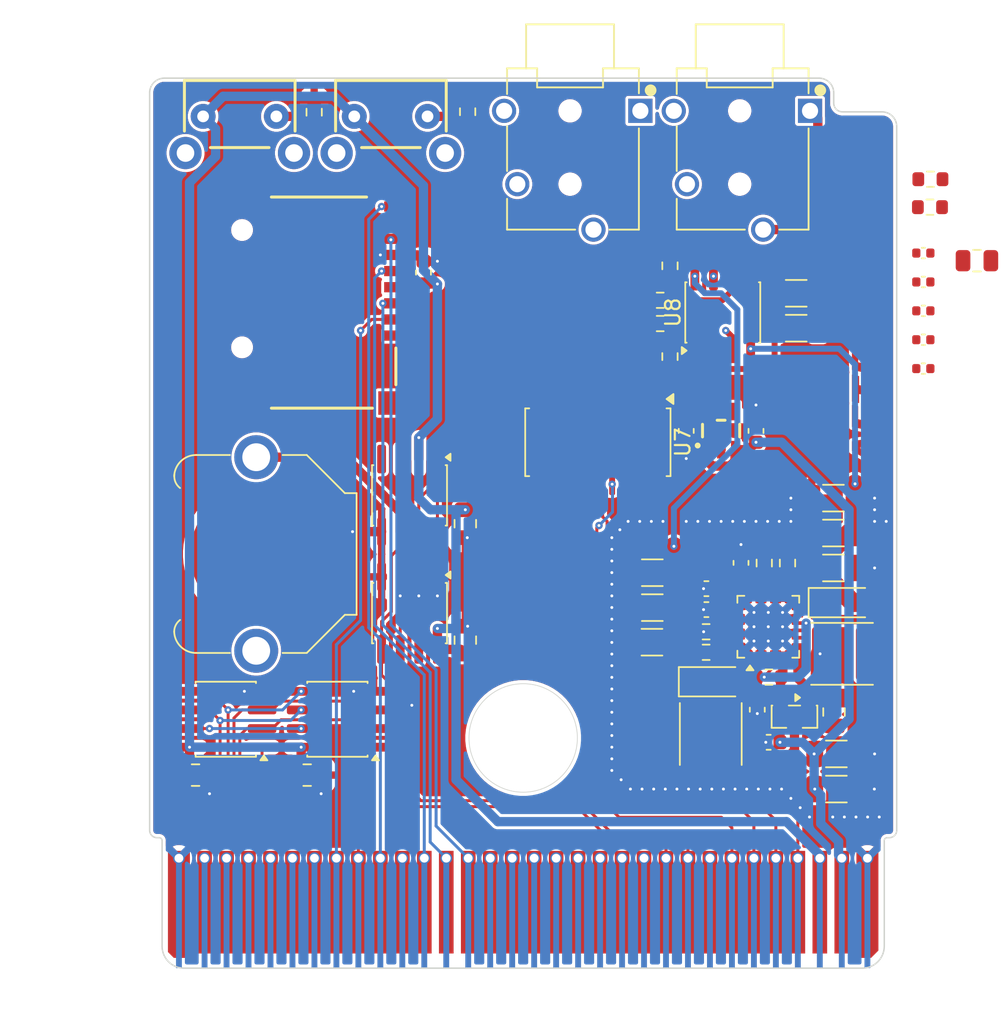
<source format=kicad_pcb>
(kicad_pcb (version 20241229) (generator "pcbnew") (generator_version "9.0")
  (layers (0 "F.Cu" signal) (2 "B.Cu" signal) (13 "F.Paste" user) (15 "B.Paste" user) (5 "F.SilkS" user "F.Silkscreen") (7 "B.SilkS" user "B.Silkscreen") (1 "F.Mask" user) (3 "B.Mask" user) (25 "Edge.Cuts" user))
  (net 0 "")
  (net 1 "SPI1_SCK")
  (net 2 "I2C0_SDA")
  (net 3 "HSTX7")
  (net 4 "I2C0_SCL")
  (net 5 "QSPI_D0")
  (net 6 "HSTX6")
  (net 7 "+5V")
  (net 8 "HSTX3")
  (net 9 "I2S_WSEL")
  (net 10 "HSTX2")
  (net 11 "QSPI_D3")
  (net 12 "QSPI_CS")
  (net 13 "QSPI_D2")
  (net 14 "ADC0")
  (net 15 "HSTX5")
  (net 16 "I2S_MCLK")
  (net 17 "QSPI_D1")
  (net 18 "SD_CS")
  (net 19 "HSTX4")
  (net 20 "HSTX0")
  (net 21 "I2S_SDATA")
  (net 22 "SD_DETECT")
  (net 23 "???")
  (net 24 "HSTX1")
  (net 25 "SPI1_MISO")
  (net 26 "SPI1_MOSI")
  (net 27 "I2S_BCLK")
  (net 28 "QSPI_SCK")
  (net 29 "GND")
  (net 30 "+3V3")
  (net 37 "Net-(BT1-+)")
  (net 38 "Net-(C4-Pad1)")
  (net 39 "Net-(C5-Pad1)")
  (net 40 "HP_L")
  (net 41 "HP_R")
  (net 42 "QSPI_CS1")
  (net 50 "+10V")
  (net 51 "Net-(U5-FBP)")
  (net 52 "Net-(U5-VREF)")
  (net 53 "Net-(U5-FBN)")
  (net 54 "-10V")
  (net 55 "Net-(U5-CP)")
  (net 56 "Net-(U5-CN)")
  (net 57 "Net-(D1-A)")
  (net 58 "Net-(D2-K)")
  (net 59 "Net-(Q1-D)")
  (net 60 "BSW")
  (net 61 "Net-(U5-ENN)")
  (net 65 "BTN0")
  (net 66 "BTN1")
  (net 76 "+3V3_ANA")
  (net 99 "OUTR")
  (net 100 "OUTL")
  (net 101 "Net-(U8A--)")
  (net 102 "Net-(U8B--)")
  (net 103 "Net-(U8A-+)")
  (net 105 "Net-(U8B-+)")
  (footprint "Connector_GameBoy:GameBoy_GamePak_CGB-002_P1.50mm_Edge" (layer "F.Cu") (at 150 130.8)
    (property "Reference" "J1" (hide yes))
    (property "Value" "GameBoy_GamePak_CGB-002" (hide yes))
  )
  (footprint "SparkFun-Resistor:R_0603_1608Metric" (layer "F.Cu") (at 168.045 103.17125 90)
    (property "Reference" "R6")
    (property "Value" "100")
  )
  (footprint "SparkFun-Capacitor:C_1206_3216Metric" (layer "F.Cu") (at 171.178751 98.7425)
    (property "Reference" "C17")
    (property "Value" "1.0uF")
  )
  (footprint "SparkFun-Switch:Push_PTH_RA_7.4x4.3mm" (layer "F.Cu") (at 140.97 72.7075 180)
    (property "Reference" "SW2")
    (property "Value" "PTH_RA_7.4x4.3mm")
  )
  (footprint "SparkFun-Capacitor:C_0805_2012Metric" (layer "F.Cu") (at 127.635 117.63375)
    (property "Reference" "C7")
    (property "Value" "0.1uF")
  )
  (footprint "SparkFun-Capacitor:C_0805_2012Metric" (layer "F.Cu") (at 171.22 113.33125 -90)
    (property "Reference" "C14")
    (property "Value" "1.0uF")
  )
  (footprint "SparkFun-Capacitor:C_0402_1005Metric" (layer "F.Cu") (at 177.3175 89.91)
    (property "Reference" "C29")
    (property "Value" "1.0uF")
  )
  (footprint "SparkFun-Resistor:R_0603_1608Metric" (layer "F.Cu") (at 162.48875 109.257499)
    (property "Reference" "R3")
    (property "Value" "100")
  )
  (footprint "SparkFun-Capacitor:C_1206_3216Metric" (layer "F.Cu") (at 158.815048 106.211298 180)
    (property "Reference" "C15")
    (property "Value" "1.0uF")
  )
  (footprint "SparkFun-Capacitor:C_1206_3216Metric" (layer "F.Cu") (at 168.638751 87.15375)
    (property "Reference" "C5" (hide yes))
    (property "Value" "4.7uF" (hide yes))
  )
  (footprint "Package_TO_SOT_SMD:SOT-23" (layer "F.Cu") (at 168.52125 113.64875 -90)
    (property "Reference" "Q1" (hide yes))
    (property "Value" "AO3401A")
  )
  (footprint "SparkFun-Capacitor:C_0805_2012Metric" (layer "F.Cu") (at 146.05 100.486249 -90)
    (property "Reference" "C20")
    (property "Value" "0.1uF")
  )
  (footprint "SparkFun-Capacitor:C_1206_3216Metric" (layer "F.Cu") (at 158.79125 108.56875)
    (property "Reference" "C8")
    (property "Value" "1.0uF")
  )
  (footprint "SparkFun-Switch:Push_PTH_RA_7.4x4.3mm" (layer "F.Cu") (at 130.65125 72.7075 180)
    (property "Reference" "SW1")
    (property "Value" "PTH_RA_7.4x4.3mm")
  )
  (footprint "SparkFun-Capacitor:C_0805_2012Metric" (layer "F.Cu") (at 180.9775 82.55)
    (property "Reference" "C28")
    (property "Value" "1.0uF")
  )
  (footprint "SparkFun-Capacitor:C_0603_1608Metric" (layer "F.Cu") (at 164.87 103.15875 90)
    (property "Reference" "C10")
    (property "Value" "1.0uF")
  )
  (footprint "SparkFun-Capacitor:C_1206_3216Metric" (layer "F.Cu") (at 171.178751 103.505 180)
    (property "Reference" "C16")
    (property "Value" "1.0uF")
  )
  (footprint "SparkFun-Capacitor:C_0603_1608Metric" (layer "F.Cu") (at 166.75625 115.395 180)
    (property "Reference" "C1")
    (property "Value" "1.0uF")
  )
  (footprint "Diode_SMD:D_SOD-123F" (layer "F.Cu") (at 171.69625 105.87)
    (property "Reference" "D2" (hide yes))
    (property "Value" "MBR120" (hide yes))
  )
  (footprint "SparkFun-Capacitor:C_0603_1608Metric" (layer "F.Cu") (at 143.1925 83.3625 90)
    (property "Reference" "C6")
    (property "Value" "0.1uF")
  )
  (footprint "SparkFun-Resistor:R_0603_1608Metric" (layer "F.Cu") (at 166.4575 103.17125 90)
    (property "Reference" "R5")
    (property "Value" "100")
  )
  (footprint "SparkFun-Resistor:R_0603_1608Metric" (layer "F.Cu") (at 177.76875 78.89875)
    (property "Reference" "R11")
    (property "Value" "1k")
  )
  (footprint "SparkFun-Capacitor:C_1206_3216Metric" (layer "F.Cu") (at 158.815048 103.830048 180)
    (property "Reference" "C9")
    (property "Value" "1.0uF")
  )
  (footprint "SparkFun-Resistor:R_0603_1608Metric" (layer "F.Cu") (at 160.02 89.09 90)
    (property "Reference" "R10")
    (property "Value" "1k")
  )
  (footprint "SparkFun-Connector:microSD_External_Pin" (layer "F.Cu") (at 130.81 85.4075 -90)
    (property "Reference" "J2")
    (property "Value" "microSD")
  )
  (footprint "SparkFun-Capacitor:C_1206_3216Metric" (layer "F.Cu") (at 171.37875 116.18875 180)
    (property "Reference" "C18")
    (property "Value" "1.0uF")
  )
  (footprint "Package_SO:SOIC-8_3.9x4.9mm_P1.27mm" (layer "F.Cu") (at 142.24 98.555 -90)
    (property "Reference" "U4" (hide yes))
    (property "Value" "DS3231MZ")
  )
  (footprint "SparkFun-Resistor:R_0603_1608Metric" (layer "F.Cu") (at 162.48875 107.857499)
    (property "Reference" "R4")
    (property "Value" "100")
  )
  (footprint "SparkFun-Capacitor:C_0603_1608Metric" (layer "F.Cu") (at 162.5075 104.9175 180)
    (property "Reference" "C13")
    (property "Value" "1.0uF")
  )
  (footprint "SparkFun-Capacitor:C_0603_1608Metric" (layer "F.Cu") (at 165.89375 94.1575 90)
    (property "Reference" "C22")
    (property "Value" "1.0uF")
  )
  (footprint "Battery:BatteryHolder_Keystone_3001_1x12mm" (layer "F.Cu") (at 131.776827 102.552501 -90)
    (property "Reference" "BT1" (hide yes))
    (property "Value" "Battery_Cell")
  )
  (footprint "Package_SO:TSSOP-28_4.4x9.7mm_P0.65mm" (layer "F.Cu") (at 155.09875 94.9325 -90)
    (property "Reference" "U7")
    (property "Value" "PCM5122PW")
  )
  (footprint "SparkFun-Capacitor:C_0402_1005Metric" (layer "F.Cu") (at 177.3175 82.03)
    (property "Reference" "C24")
    (property "Value" "1.0uF")
  )
  (footprint "SparkFun-Resistor:R_0603_1608Metric" (layer "F.Cu") (at 159.35375 86.83625)
    (property "Reference" "R8")
    (property "Value" "1k")
  )
  (footprint "SparkFun-Capacitor:C_0402_1005Metric" (layer "F.Cu") (at 177.3175 87.94)
    (property "Reference" "C27")
    (property "Value" "1.0uF")
  )
  (footprint "SparkFun-Capacitor:C_1206_3216Metric" (layer "F.Cu") (at 171.37875 118.58625 180)
    (property "Reference" "C19")
    (property "Value" "1.0uF")
  )
  (footprint "SparkFun-Capacitor:C_1206_3216Metric" (layer "F.Cu") (at 168.638751 84.7725)
    (property "Reference" "C4" (hide yes))
    (property "Value" "4.7uF" (hide yes))
  )
  (footprint "Inductor_SMD:L_APV_ANR4012" (layer "F.Cu") (at 171.7675 109.3625 180)
    (property "Reference" "L2" (hide yes))
    (property "Value" "4.7uH")
  )
  (footprint "Inductor_SMD:L_APV_ANR4012" (layer "F.Cu") (at 162.80625 114.83125 90)
    (property "Reference" "L1" (hide yes))
    (property "Value" "4.7uH")
  )
  (footprint "SparkFun-Resistor:R_0603_1608Metric" (layer "F.Cu") (at 160.02 82.89875 90)
    (property "Reference" "R13")
    (property "Value" "1k")
  )
  (footprint "SparkFun-Resistor:R_0603_1608Metric" (layer "F.Cu") (at 177.8 76.99375)
    (property "Reference" "R12")
    (property "Value" "1k")
  )
  (footprint "SparkFun-Capacitor:C_0805_2012Metric" (layer "F.Cu") (at 146.05 108.428751 90)
    (property "Reference" "C21")
    (property "Value" "0.1uF")
  )
  (footprint "SparkFun-Resistor:R_0603_1608Metric" (layer "F.Cu") (at 135.73125 72.42125 -90)
    (property "Reference" "R2")
    (property "Value" "100")
  )
  (footprint "SJ_43514:SJ_43514" (layer "F.Cu") (at 164.7825 74.93 -90)
    (property "Reference" "J3" (hide yes))
    (property "Value" "SJ-43514" (hide yes))
  )
  (footprint "Package_SO:SOIC-8_3.9x4.9mm_P1.27mm" (layer "F.Cu") (at 137.31875 113.82375 180)
    (property "Reference" "U2" (hide yes))
    (property "Value" "APS1604M-3SQRx-SN" (hide yes))
  )
  (footprint "SparkFun-Capacitor:C_0603_1608Metric" (layer "F.Cu") (at 162.5075 106.34625 180)
    (property "Reference" "C12")
    (property "Value" "1.0uF")
  )
  (footprint "Package_SO:SOIC-8_3.9x4.9mm_P1.27mm" (layer "F.Cu") (at 142.24 106.58625 -90)
    (property "Reference" "U3" (hide yes))
    (property "Value" "FM24C64B" (hide yes))
  )
  (footprint "SparkFun-Capacitor:C_0402_1005Metric" (layer "F.Cu") (at 177.3175 84)
    (property "Reference" "C25")
    (property "Value" "1.0uF")
  )
  (footprint "SparkFun-Capacitor:C_0402_1005Metric" (layer "F.Cu") (at 177.3175 85.97)
    (property "Reference" "C26")
    (property "Value" "1.0uF")
  )
  (footprint "Package_DFN_QFN:VQFN-24-1EP_4x4mm_P0.5mm_EP2.45x2.45mm_ThermalVias" (layer "F.Cu") (at 166.7325 107.514999 90)
    (property "Reference" "U5" (hide yes))
    (property "Value" "TPS65130RGE")
  )
  (footprint "SparkFun-Semiconductor-Standard:SOT23-5" (layer "F.Cu") (at 163.5125 94.13875 90)
    (property "Reference" "U6")
    (property "Value" "AP2112K-3.3")
  )
  (footprint "SparkFun-Capacitor:C_1206_3216Metric" (layer "F.Cu") (at 171.178751 101.12375)
    (property "Reference" "C11")
    (property "Value" "1.0uF")
  )
  (footprint "SJ_43514:SJ_43514" (layer "F.Cu") (at 153.199578 74.93 -90)
    (property "Reference" "J5" (hide yes))
    (property "Value" "SJ-43514")
  )
  (footprint "Package_SO:SOIC-8_3.9x4.9mm_P1.27mm" (layer "F.Cu") (at 163.624999 86.081251 90)
    (property "Reference" "U8")
    (property "Value" "OPA2134")
  )
  (footprint "SparkFun-Capacitor:C_0805_2012Metric" (layer "F.Cu") (at 135.255 117.63375)
    (property "Reference" "C3")
    (property "Value" "0.1uF")
  )
  (footprint "Diode_SMD:D_SOD-123F" (layer "F.Cu") (at 162.835 111.2675)
    (property "Reference" "D1" (hide yes))
    (property "Value" "MBR120")
  )
  (footprint "SparkFun-Capacitor:C_0603_1608Metric" (layer "F.Cu") (at 165.98125 113.1725 -90)
    (property "Reference" "C2")
    (property "Value" "1.0uF")
  )
  (footprint "SparkFun-Resistor:R_0603_1608Metric" (layer "F.Cu") (at 146.20875 72.39 -90)
    (property "Reference" "R7")
    (property "Value" "100")
  )
  (footprint "SparkFun-Resistor:R_0603_1608Metric" (layer "F.Cu") (at 159.35375 85.24875)
    (property "Reference" "R9")
    (property "Value" "1k")
  )
  (footprint "SparkFun-Capacitor:C_0603_1608Metric" (layer "F.Cu") (at 161.13125 94.1575 -90)
    (property "Reference" "C23")
    (property "Value" "1.0uF")
  )
  (footprint "SparkFun-Resistor:R_0603_1608Metric" (layer "F.Cu") (at 166.775 110.95 180)
    (property "Reference" "R1")
    (property "Value" "100")
  )
  (footprint "Package_SO:SOIC-8_3.9x4.9mm_P1.27mm" (layer "F.Cu") (at 129.69875 113.82375 180)
    (property "Reference" "U1" (hide yes))
    (property "Value" "APS1604M-3SQRx-SN" (hide yes))
  )
  (gr_poly (pts (xy 169.8625 102.87) (xy 169.8625 104.29875) (xy 169.86875 104.305) (xy 171.178751 104.305) (xy 171.178751 102.87)) (stroke (width 0.2)) (fill yes) (layer "F.Cu") (net 54))
  (gr_poly (pts (xy 172.87278 75.327284) (xy 172.87278 76.34309) (xy 173.193226 76.409646) (xy 173.193226 75.467479) (xy 173.599646 75.551987) (xy 173.599646 76.494154) (xy 173.990435 76.575365) (xy 173.990435 75.53025) (xy 174.44375 75.624528) (xy 174.44375 77.27622) (xy 172.442912 76.860274) (xy 172.442912 75.237891)) (fill yes) (layer "F.Cu"))
  (gr_poly (pts (xy 174.44375 95.176656) (xy 174.115487 95.204622) (xy 174.115487 95.894119) (xy 174.44375 96.057396) (xy 174.44375 96.676063) (xy 172.442912 95.523725) (xy 172.442912 95.308547) (xy 172.963516 95.308547) (xy 173.68562 95.673812) (xy 173.68562 95.242235) (xy 172.963516 95.308547) (xy 172.442912 95.308547) (xy 172.442912 94.863659) (xy 174.44375 94.543212)) (fill yes) (layer "F.Cu"))
  (gr_poly (pts (xy 173.633352 82.066311) (xy 173.80553 82.115719) (xy 173.96772 82.19002) (xy 174.068021 82.253624) (xy 174.15954 82.328999) (xy 174.24286 82.416799) (xy 174.34553 82.560219) (xy 174.408334 82.693893) (xy 174.444374 82.822326) (xy 174.467063 82.967373) (xy 174.475013 83.131331) (xy 174.470084 83.276757) (xy 174.454496 83.4392) (xy 174.422216 83.594045) (xy 174.37353 83.705058) (xy 174.301444 83.797231) (xy 174.201338 83.877005) (xy 174.086373 83.933253) (xy 173.971017 83.957971) (xy 173.785989 83.962532) (xy 173.633352 83.943927) (xy 172.442912 83.696509) (xy 172.442912 83.092497) (xy 173.659486 83.34541) (xy 173.766958 83.356362) (xy 173.849685 83.343079) (xy 173.914353 83.309507) (xy 173.96333 83.256323) (xy 173.994523 83.182811) (xy 174.006066 83.081994) (xy 173.995569 82.98109) (xy 173.965361 82.894068) (xy 173.915696 82.817968) (xy 173.849173 82.755833) (xy 173.765011 82.708335) (xy 173.659486 82.675819) (xy 172.442912 82.422905) (xy 172.442912 81.818893)) (fill yes) (layer "F.Cu"))
  (gr_poly (pts (xy 172.935306 90.419416) (xy 172.935306 91.036862) (xy 174.44375 91.35047) (xy 174.44375 91.955948) (xy 172.935306 91.64234) (xy 172.935306 92.259664) (xy 172.442912 92.157326) (xy 172.442912 90.317078)) (fill yes) (layer "F.Cu"))
  (gr_poly (pts (xy 164.44 108.69375) (xy 165.05 108.69375) (xy 165.57625 109.22) (xy 165.57625 109.855) (xy 164.62375 109.855) (xy 164.334261 109.565511) (xy 164.334261 108.799489)) (stroke (width 0.2)) (fill yes) (layer "F.Cu") (net 57))
  (gr_poly (pts (xy 172.87278 92.475574) (xy 172.87278 93.364252) (xy 173.216673 93.435693) (xy 173.216673 92.676708) (xy 173.623094 92.761216) (xy 173.623094 93.520201) (xy 174.44375 93.690805) (xy 174.44375 94.298847) (xy 172.442912 93.882902) (xy 172.442912 92.386181)) (fill yes) (layer "F.Cu"))
  (gr_poly (pts (xy 167.48125 105.25125) (xy 167.48125 105.7275) (xy 168.5925 105.7275) (xy 168.75125 105.56875) (xy 168.75125 105.25125) (xy 168.5925 105.0925) (xy 167.64 105.0925)) (stroke (width 0.2)) (fill yes) (layer "F.Cu") (net 58))
  (gr_poly (pts (xy 172.87278 88.467549) (xy 172.87278 89.483355) (xy 173.193226 89.549911) (xy 173.193226 88.607745) (xy 173.599646 88.692253) (xy 173.599646 89.634419) (xy 173.990435 89.71563) (xy 173.990435 88.670515) (xy 174.44375 88.764793) (xy 174.44375 90.416485) (xy 172.442912 90.000539) (xy 172.442912 88.378156)) (fill yes) (layer "F.Cu"))
  (gr_poly (pts (xy 168.3625 108.7275) (xy 169.107296 108.7275) (xy 169.107296 109.887704) (xy 168.9975 109.9975) (xy 168.52125 109.9975) (xy 168.3625 109.83875)) (fill yes) (layer "F.Cu") (net 60))
  (gr_poly (pts (xy 172.939824 84.184262) (xy 173.052246 84.219632) (xy 173.152794 84.27628) (xy 173.243418 84.355599) (xy 173.293894 84.419114) (xy 173.338545 84.497893) (xy 173.376897 84.594468) (xy 173.423341 84.46804) (xy 173.483131 84.379672) (xy 173.555438 84.320916) (xy 173.642532 84.285735) (xy 173.746726 84.273439) (xy 173.873442 84.287455) (xy 173.974177 84.316301) (xy 174.067283 84.359189) (xy 174.153833 84.416537) (xy 174.231252 84.485864) (xy 174.296639 84.563904) (xy 174.350693 84.651377) (xy 174.387517 84.74708) (xy 174.416394 84.894765) (xy 174.44375 85.171736) (xy 174.44375 86.216851) (xy 172.442912 85.800906) (xy 172.442912 85.007483) (xy 172.849332 85.007483) (xy 172.849332 85.274685) (xy 173.224489 85.352598) (xy 173.224489 85.124842) (xy 173.607462 85.124842) (xy 173.607462 85.432221) (xy 174.013882 85.516729) (xy 174.013882 85.208006) (xy 174.00635 85.104803) (xy 173.986469 85.029583) (xy 173.957096 84.975731) (xy 173.914926 84.931333) (xy 173.864619 84.899623) (xy 173.804566 84.879866) (xy 173.746871 84.875523) (xy 173.700343 84.887082) (xy 173.661562 84.913572) (xy 173.634714 84.952907) (xy 173.615298 85.019272) (xy 173.607462 85.124842) (xy 173.224489 85.124842) (xy 173.224489 85.089304) (xy 173.217856 84.995544) (xy 173.200532 84.928667) (xy 173.175274 84.882064) (xy 173.116335 84.828734) (xy 173.032881 84.796946) (xy 172.976594 84.792171) (xy 172.932832 84.80187) (xy 172.897937 84.824423) (xy 172.873733 84.858686) (xy 172.856336 84.916223) (xy 172.849332 85.007483) (xy 172.442912 85.007483) (xy 172.442912 84.667619) (xy 172.45362 84.524641) (xy 172.482728 84.41354) (xy 172.527144 84.327756) (xy 172.585916 84.262298) (xy 172.660511 84.21223) (xy 172.7426 84.182518) (xy 172.834642 84.17262)) (fill yes) (layer "F.Cu"))
  (gr_poly (pts (xy 172.99832 86.318334) (xy 173.106112 86.348794) (xy 173.201316 86.391921) (xy 173.28555 86.447539) (xy 173.394573 86.552456) (xy 173.481311 86.679325) (xy 173.522996 86.774615) (xy 173.560445 86.908181) (xy 173.600761 86.816391) (xy 173.634695 86.766031) (xy 173.667538 86.737397) (xy 173.740452 86.691049) (xy 173.817883 86.650397) (xy 173.865505 86.632186) (xy 174.44375 86.459751) (xy 174.44375 87.143997) (xy 173.831677 87.340124) (xy 173.725382 87.382159) (xy 173.677315 87.417549) (xy 173.642908 87.478961) (xy 173.630909 87.556279) (xy 173.630909 87.609646) (xy 174.44375 87.778662) (xy 174.44375 88.386827) (xy 172.442912 87.970881) (xy 172.442912 87.181366) (xy 172.849332 87.181366) (xy 172.849332 87.447225) (xy 173.255752 87.531733) (xy 173.255752 87.276499) (xy 173.228519 87.110536) (xy 173.207022 87.052044) (xy 173.165749 86.999283) (xy 173.111213 86.959165) (xy 173.049856 86.937001) (xy 172.986633 86.931476) (xy 172.938575 86.941955) (xy 172.901234 86.966311) (xy 172.875881 87.003852) (xy 172.857068 87.070756) (xy 172.849332 87.181366) (xy 172.442912 87.181366) (xy 172.442912 86.961914) (xy 172.449687 86.773076) (xy 172.46725 86.637377) (xy 172.492005 86.54316) (xy 172.534321 86.459043) (xy 172.59434 86.392716) (xy 172.67421 86.341904) (xy 172.76483 86.312049) (xy 172.871372 86.303157)) (fill yes) (layer "F.Cu"))
  (gr_poly (pts (xy 167.41 109.20375) (xy 168.045 109.20375) (xy 168.045 109.9975) (xy 167.7275 110.315) (xy 167.41 109.9975)) (fill yes) (layer "F.Cu") (net 7))
  (gr_poly (pts (xy 166.0525 109.69625) (xy 166.37 109.69625) (xy 166.37 108.2675) (xy 166.0525 108.2675)) (stroke (width 0.2)) (fill yes) (layer "F.Cu") (net 29))
  (gr_poly (pts (xy 172.99832 79.706192) (xy 173.106112 79.736651) (xy 173.201316 79.779778) (xy 173.28555 79.835396) (xy 173.394573 79.940314) (xy 173.481311 80.067183) (xy 173.522996 80.162472) (xy 173.560445 80.296038) (xy 173.600761 80.204249) (xy 173.634695 80.153889) (xy 173.667538 80.125254) (xy 173.740452 80.078907) (xy 173.817883 80.038254) (xy 173.865505 80.020044) (xy 174.44375 79.847609) (xy 174.44375 80.531855) (xy 173.831677 80.727982) (xy 173.725382 80.770017) (xy 173.677315 80.805407) (xy 173.642908 80.866819) (xy 173.630909 80.944137) (xy 173.630909 80.997504) (xy 174.44375 81.16652) (xy 174.44375 81.774685) (xy 172.442912 81.358739) (xy 172.442912 80.569224) (xy 172.849332 80.569224) (xy 172.849332 80.835082) (xy 173.255752 80.91959) (xy 173.255752 80.664357) (xy 173.228519 80.498394) (xy 173.207022 80.439902) (xy 173.165749 80.387141) (xy 173.111213 80.347022) (xy 173.049856 80.324859) (xy 172.986633 80.319333) (xy 172.938575 80.329813) (xy 172.901234 80.354168) (xy 172.875881 80.391709) (xy 172.857068 80.458613) (xy 172.849332 80.569224) (xy 172.442912 80.569224) (xy 172.442912 80.349772) (xy 172.449687 80.160934) (xy 172.46725 80.025235) (xy 172.492005 79.931017) (xy 172.534321 79.846901) (xy 172.59434 79.780573) (xy 172.67421 79.729761) (xy 172.76483 79.699907) (xy 172.871372 79.691014)) (fill yes) (layer "F.Cu"))
  (gr_poly (pts (xy 174.44375 77.728313) (xy 174.44375 78.298987) (xy 173.343313 78.803959) (xy 174.44375 79.032692) (xy 174.44375 79.6019) (xy 172.442912 79.185955) (xy 172.442912 78.620777) (xy 173.549576 78.113118) (xy 172.442912 77.883041) (xy 172.442912 77.312368)) (fill yes) (layer "F.Cu"))
  (gr_poly (pts (xy 172.99832 73.178069) (xy 173.106112 73.208528) (xy 173.201316 73.251655) (xy 173.28555 73.307274) (xy 173.394573 73.412191) (xy 173.481311 73.53906) (xy 173.522996 73.634349) (xy 173.560445 73.767916) (xy 173.600761 73.676126) (xy 173.634695 73.625766) (xy 173.667538 73.597132) (xy 173.740452 73.550784) (xy 173.817883 73.510131) (xy 173.865505 73.491921) (xy 174.44375 73.319486) (xy 174.44375 74.003732) (xy 173.831677 74.199859) (xy 173.725382 74.241894) (xy 173.677315 74.277284) (xy 173.642908 74.338696) (xy 173.630909 74.416014) (xy 173.630909 74.469381) (xy 174.44375 74.638397) (xy 174.44375 75.246562) (xy 172.442912 74.830616) (xy 172.442912 74.041101) (xy 172.849332 74.041101) (xy 172.849332 74.30696) (xy 173.255752 74.391468) (xy 173.255752 74.136234) (xy 173.228519 73.970271) (xy 173.207022 73.911779) (xy 173.165749 73.859018) (xy 173.111213 73.8189) (xy 173.049856 73.796736) (xy 172.986633 73.79121) (xy 172.938575 73.80169) (xy 172.901234 73.826045) (xy 172.875881 73.863586) (xy 172.857068 73.930491) (xy 172.849332 74.041101) (xy 172.442912 74.041101) (xy 172.442912 73.821649) (xy 172.449687 73.632811) (xy 172.46725 73.497112) (xy 172.492005 73.402895) (xy 172.534321 73.318778) (xy 172.59434 73.252451) (xy 172.67421 73.201639) (xy 172.76483 73.171784) (xy 172.871372 73.162892)) (fill yes) (layer "F.Cu"))
  (gr_circle (center 150 115.1) (end 153.7 115.1) (stroke (width 0.05)) (fill no) (layer "Edge.Cuts"))
  (gr_poly (pts (xy 175.5 73.4) (xy 175.499524 73.35636) (xy 175.491917 73.269412) (xy 175.476761 73.183457) (xy 175.454171 73.099151) (xy 175.42432 73.017134) (xy 175.387433 72.938031) (xy 175.343793 72.862444) (xy 175.293731 72.790948) (xy 175.237629 72.724088) (xy 175.175912 72.662371) (xy 175.109052 72.606269) (xy 175.037556 72.556207) (xy 174.961969 72.512567) (xy 174.882866 72.47568) (xy 174.800849 72.445829) (xy 174.716543 72.423239) (xy 174.630588 72.408083) (xy 174.54364 72.400476) (xy 174.5 72.4) (xy 171.8 72.4) (xy 171.766331 72.399528) (xy 171.699417 72.391988) (xy 171.633768 72.377004) (xy 171.570209 72.354764) (xy 171.50954 72.325548) (xy 171.452524 72.289722) (xy 171.399877 72.247738) (xy 171.352262 72.200123) (xy 171.310278 72.147476) (xy 171.274452 72.09046) (xy 171.245236 72.029791) (xy 171.222996 71.966232) (xy 171.208012 71.900583) (xy 171.200472 71.833669) (xy 171.2 71.8) (xy 171.2 71.1) (xy 171.199524 71.05636) (xy 171.191917 70.969412) (xy 171.176761 70.883457) (xy 171.154171 70.799151) (xy 171.12432 70.717134) (xy 171.087433 70.638031) (xy 171.043793 70.562444) (xy 170.993731 70.490948) (xy 170.937629 70.424088) (xy 170.875912 70.362371) (xy 170.809052 70.306269) (xy 170.737556 70.256207) (xy 170.661969 70.212567) (xy 170.582866 70.17568) (xy 170.500849 70.145829) (xy 170.416543 70.123239) (xy 170.330588 70.108083) (xy 170.24364 70.100476) (xy 170.2 70.1) (xy 165.735 70.1) (xy 148.59 70.1) (xy 125.5 70.1) (xy 125.45636 70.100476) (xy 125.369412 70.108083) (xy 125.283457 70.123239) (xy 125.199151 70.145829) (xy 125.117134 70.17568) (xy 125.038031 70.212567) (xy 124.962444 70.256207) (xy 124.890948 70.306269) (xy 124.824088 70.362371) (xy 124.762371 70.424088) (xy 124.706269 70.490948) (xy 124.656207 70.562444) (xy 124.612567 70.638031) (xy 124.57568 70.717134) (xy 124.545829 70.799151) (xy 124.523239 70.883457) (xy 124.508083 70.969412) (xy 124.500476 71.05636) (xy 124.5 71.1) (xy 124.5 121.4) (xy 124.500535 121.432737) (xy 124.509081 121.49765) (xy 124.526027 121.560892) (xy 124.551082 121.621382) (xy 124.583819 121.678083) (xy 124.623677 121.730027) (xy 124.669973 121.776323) (xy 124.721917 121.816181) (xy 124.778618 121.848918) (xy 124.839108 121.873973) (xy 124.90235 121.890919) (xy 124.967263 121.899465) (xy 125 121.9) (xy 125.15 121.9) (xy 125.169651 121.900481) (xy 125.208197 121.908149) (xy 125.244508 121.923189) (xy 125.277186 121.945024) (xy 125.304976 121.972814) (xy 125.326811 122.005492) (xy 125.341851 122.041803) (xy 125.349519 122.080349) (xy 125.35 122.1) (xy 125.35 129.3) (xy 125.350478 129.353556) (xy 125.358119 129.460394) (xy 125.373363 129.566415) (xy 125.396131 129.671078) (xy 125.426308 129.77385) (xy 125.463739 129.874208) (xy 125.508235 129.97164) (xy 125.559568 130.065649) (xy 125.617476 130.155757) (xy 125.681666 130.241503) (xy 125.751808 130.322453) (xy 125.827547 130.398192) (xy 125.908497 130.468334) (xy 125.994243 130.532524) (xy 126.084351 130.590432) (xy 126.17836 130.641765) (xy 126.275792 130.686261) (xy 126.37615 130.723692) (xy 126.478922 130.753869) (xy 126.583585 130.776637) (xy 126.689606 130.791881) (xy 126.796444 130.799522) (xy 126.85 130.8) (xy 173.15 130.8) (xy 173.203556 130.799522) (xy 173.310394 130.791881) (xy 173.416415 130.776637) (xy 173.521078 130.753869) (xy 173.62385 130.723692) (xy 173.724208 130.686261) (xy 173.82164 130.641765) (xy 173.915649 130.590432) (xy 174.005757 130.532524) (xy 174.091503 130.468334) (xy 174.172453 130.398192) (xy 174.248192 130.322453) (xy 174.318334 130.241503) (xy 174.382524 130.155757) (xy 174.440432 130.065649) (xy 174.491765 129.97164) (xy 174.536261 129.874208) (xy 174.573692 129.77385) (xy 174.603869 129.671078) (xy 174.626637 129.566415) (xy 174.641881 129.460394) (xy 174.649522 129.353556) (xy 174.65 129.3) (xy 174.65 122.1) (xy 174.650481 122.080349) (xy 174.658149 122.041803) (xy 174.673189 122.005492) (xy 174.695024 121.972814) (xy 174.722814 121.945024) (xy 174.755492 121.923189) (xy 174.791803 121.908149) (xy 174.830349 121.900481) (xy 174.85 121.9) (xy 175 121.9) (xy 175.032737 121.899465) (xy 175.09765 121.890919) (xy 175.160892 121.873973) (xy 175.221382 121.848918) (xy 175.278083 121.816181) (xy 175.330027 121.776323) (xy 175.376323 121.730027) (xy 175.416181 121.678083) (xy 175.448918 121.621382) (xy 175.473973 121.560892) (xy 175.490919 121.49765) (xy 175.499465 121.432737) (xy 175.5 121.4)) (stroke (width 0.1)) (fill no) (layer "Edge.Cuts"))
  (segment (start 140.335 83.2575) (end 141.31 83.2575) (width 0.2032) (layer "F.Cu") (net 1))
  (via (at 140.335 83.2575) (size 0.5) (drill 0.2) (layers "F.Cu" "B.Cu") (net 1))
  (segment (start 139.85875 83.73375) (end 139.85875 107.410376) (width 0.2032) (layer "B.Cu") (net 1))
  (segment (start 140.335 83.2575) (end 139.85875 83.73375) (width 0.2032) (layer "B.Cu") (net 1))
  (segment (start 139.85875 107.410376) (end 143.2474 110.799026) (width 0.2032) (layer "B.Cu") (net 1))
  (segment (start 143.2474 110.799026) (end 143.2474 123.2974) (width 0.2032) (layer "B.Cu") (net 1))
  (segment (start 159.54805 122.08305) (end 155.960174 122.08305) (width 0.2032) (layer "F.Cu") (net 2))
  (segment (start 141.37365 102.3076) (end 141.0024 102.67885) (width 0.2032) (layer "F.Cu") (net 2))
  (segment (start 155.960174 122.08305) (end 153.661324 119.7842) (width 0.2032) (layer "F.Cu") (net 2))
  (segment (start 144.295074 97.3858) (end 142.875 98.805874) (width 0.2032) (layer "F.Cu") (net 2))
  (segment (start 140.335 107.15625) (end 140.335 109.06125) (width 0.2032) (layer "F.Cu") (net 2))
  (segment (start 147.946324 93.8933) (end 147.2333 94.606325) (width 0.2032) (layer "F.Cu") (net 2))
  (segment (start 142.572399 102.3076) (end 141.37365 102.3076) (width 0.2032) (layer "F.Cu") (net 2))
  (segment (start 140.335 110.8075) (end 140.335 109.06125) (width 0.2032) (layer "F.Cu") (net 2))
  (segment (start 151.92375 93.8933) (end 147.946324 93.8933) (width 0.2032) (layer "F.Cu") (net 2))
  (segment (start 141.2008 111.6733) (end 140.335 110.8075) (width 0.2032) (layer "F.Cu") (net 2))
  (segment (start 141.2008 118.118676) (end 141.2008 111.6733) (width 0.2032) (layer "F.Cu") (net 2))
  (segment (start 142.875 102.004999) (end 142.572399 102.3076) (width 0.2032) (layer "F.Cu") (net 2))
  (segment (start 147.2333 94.606325) (end 147.2333 96.987574) (width 0.2032) (layer "F.Cu") (net 2))
  (segment (start 159.75 122.285) (end 159.54805 122.08305) (width 0.2032) (layer "F.Cu") (net 2))
  (segment (start 152.17375 92.07) (end 152.17375 93.6433) (width 0.2032) (layer "F.Cu") (net 2))
  (segment (start 141.0024 102.67885) (end 141.0024 106.48885) (width 0.2032) (layer "F.Cu") (net 2))
  (segment (start 153.661324 119.7842) (end 142.866324 119.7842) (width 0.2032) (layer "F.Cu") (net 2))
  (segment (start 146.835074 97.3858) (end 144.295074 97.3858) (width 0.2032) (layer "F.Cu") (net 2))
  (segment (start 159.75 123.3) (end 159.75 122.285) (width 0.2032) (layer "F.Cu") (net 2))
  (segment (start 152.17375 93.6433) (end 151.92375 93.8933) (width 0.2032) (layer "F.Cu") (net 2))
  (segment (start 142.866324 119.7842) (end 141.2008 118.118676) (width 0.2032) (layer "F.Cu") (net 2))
  (segment (start 147.2333 96.987574) (end 146.835074 97.3858) (width 0.2032) (layer "F.Cu") (net 2))
  (segment (start 142.875 98.805874) (end 142.875 101.03) (width 0.2032) (layer "F.Cu") (net 2))
  (segment (start 142.875 101.03) (end 142.875 102.004999) (width 0.2) (layer "F.Cu") (net 2))
  (segment (start 141.0024 106.48885) (end 140.335 107.15625) (width 0.2032) (layer "F.Cu") (net 2))
  (segment (start 143.03375 119.38) (end 141.605 117.95125) (width 0.2032) (layer "F.Cu") (net 4))
  (segment (start 141.605 107.315) (end 142.2076 106.7124) (width 0.2032) (layer "F.Cu") (net 4))
  (segment (start 147.0025 97.79) (end 147.6375 97.155) (width 0.2032) (layer "F.Cu") (net 4))
  (segment (start 141.605 109.06125) (end 141.605 107.315) (width 0.2032) (layer "F.Cu") (net 4))
  (segment (start 147.6375 94.77375) (end 148.11375 94.2975) (width 0.2032) (layer "F.Cu") (net 4))
  (segment (start 144.4625 97.79) (end 147.0025 97.79) (width 0.2032) (layer "F.Cu") (net 4))
  (segment (start 141.605 117.95125) (end 141.605 109.06125) (width 0.2032) (layer "F.Cu") (net 4))
  (segment (start 143.438199 102.7118) (end 144.145 102.004999) (width 0.2032) (layer "F.Cu") (net 4))
  (segment (start 142.2076 106.7124) (end 142.2076 103.06115) (width 0.2032) (layer "F.Cu") (net 4))
  (segment (start 144.145 98.1075) (end 144.4625 97.79) (width 0.2032) (layer "F.Cu") (net 4))
  (segment (start 148.11375 94.2975) (end 152.24125 94.2975) (width 0.2032) (layer "F.Cu") (net 4))
  (segment (start 161.25 122.03875) (end 160.8901 121.67885) (width 0.2032) (layer "F.Cu") (net 4))
  (segment (start 142.2076 103.06115) (end 142.55695 102.7118) (width 0.2032) (layer "F.Cu") (net 4))
  (segment (start 144.145 102.004999) (end 144.145 101.03) (width 0.2032) (layer "F.Cu") (net 4))
  (segment (start 161.25 123.3) (end 161.25 122.03875) (width 0.2032) (layer "F.Cu") (net 4))
  (segment (start 153.82875 119.38) (end 143.03375 119.38) (width 0.2032) (layer "F.Cu") (net 4))
  (segment (start 147.6375 97.155) (end 147.6375 94.77375) (width 0.2032) (layer "F.Cu") (net 4))
  (segment (start 142.55695 102.7118) (end 143.438199 102.7118) (width 0.2032) (layer "F.Cu") (net 4))
  (segment (start 152.82375 93.715) (end 152.82375 92.07) (width 0.2032) (layer "F.Cu") (net 4))
  (segment (start 156.1276 121.67885) (end 153.82875 119.38) (width 0.2032) (layer "F.Cu") (net 4))
  (segment (start 160.8901 121.67885) (end 156.1276 121.67885) (width 0.2032) (layer "F.Cu") (net 4))
  (segment (start 144.145 101.03) (end 144.145 98.1075) (width 0.2032) (layer "F.Cu") (net 4))
  (segment (start 152.24125 94.2975) (end 152.82375 93.715) (width 0.2032) (layer "F.Cu") (net 4))
  (segment (start 128.5875 111.91875) (end 129.8575 113.18875) (width 0.2) (layer "F.Cu") (net 5))
  (segment (start 129.8575 121.9075) (end 131.25 123.3) (width 0.2) (layer "F.Cu") (net 5))
  (segment (start 127.22375 111.91875) (end 128.5875 111.91875) (width 0.2) (layer "F.Cu") (net 5))
  (segment (start 129.8575 113.18875) (end 129.8575 121.9075) (width 0.2) (layer "F.Cu") (net 5))
  (via (at 134.84375 111.91875) (size 0.5) (drill 0.2) (layers "F.Cu" "B.Cu") (net 5))
  (via (at 129.8575 113.18875) (size 0.5) (drill 0.2) (layers "F.Cu" "B.Cu") (net 5))
  (segment (start 133.57375 113.18875) (end 134.84375 111.91875) (width 0.2) (layer "B.Cu") (net 5))
  (segment (start 129.8575 113.18875) (end 133.57375 113.18875) (width 0.2) (layer "B.Cu") (net 5))
  (segment (start 167.57125 110.97875) (end 167.6 110.95) (width 0.635) (layer "F.Cu") (net 7))
  (segment (start 167.7275 110.8225) (end 167.6 110.95) (width 0.635) (layer "F.Cu") (net 7))
  (segment (start 169.903749 116.18875) (end 169.8625 116.18875) (width 0.635) (layer "F.Cu") (net 7))
  (segment (start 164.4625 96.2025) (end 164.107649 96.557351) (width 0.635) (layer "F.Cu") (net 7))
  (segment (start 162.5625 96.20475) (end 162.5625 95.43885) (width 0.635) (layer "F.Cu") (net 7))
  (segment (start 165.3874 95.43885) (end 165.89375 94.9325) (width 0.635) (layer "F.Cu") (net 7))
  (segment (start 167.57125 112.71125) (end 167.57125 110.97875) (width 0.635) (layer "F.Cu") (net 7))
  (segment (start 167.7275 109.759375) (end 167.7275 110.8225) (width 0.635) (layer "F.Cu") (net 7))
  (segment (start 167.53125 112.75125) (end 167.57125 112.71125) (width 0.635) (layer "F.Cu") (net 7))
  (segment (start 164.107649 96.557351) (end 162.915101 96.557351) (width 0.635) (layer "F.Cu") (net 7))
  (segment (start 164.4625 95.43885) (end 165.3874 95.43885) (width 0.635) (layer "F.Cu") (net 7))
  (segment (start 164.4625 95.43885) (end 164.4625 96.2025) (width 0.635) (layer "F.Cu") (net 7))
  (segment (start 162.915101 96.557351) (end 162.5625 96.20475) (width 0.635) (layer "F.Cu") (net 7))
  (segment (start 167.53125 115.395) (end 167.53125 112.75125) (width 0.635) (layer "F.Cu") (net 7))
  (via (at 167.53125 115.395) (size 0.5) (drill 0.2) (layers "F.Cu" "B.Cu") (net 7))
  (via (at 169.903749 118.58625) (size 0.5) (drill 0.2) (layers "F.Cu" "B.Cu") (net 7))
  (via (at 169.8625 116.18875) (size 0.5) (drill 0.2) (layers "F.Cu" "B.Cu") (net 7))
  (via (at 165.89375 94.9325) (size 0.5) (drill 0.2) (layers "F.Cu" "B.Cu") (net 7))
  (segment (start 169.903749 118.58625) (end 170.3135 118.996001) (width 0.635) (layer "B.Cu") (net 7))
  (segment (start 172.24375 113.8075) (end 172.24375 99.53625) (width 0.635) (layer "B.Cu") (net 7))
  (segment (start 172.24375 99.53625) (end 167.64 94.9325) (width 0.635) (layer "B.Cu") (net 7))
  (segment (start 169.8625 116.18875) (end 169.8625 118.545001) (width 0.635) (layer "B.Cu") (net 7))
  (segment (start 170.3135 120.94225) (end 171.5315 122.16025) (width 0.635) (layer "B.Cu") (net 7))
  (segment (start 169.8625 116.18875) (end 172.24375 113.8075) (width 0.635) (layer "B.Cu") (net 7))
  (segment (start 170.3135 118.996001) (end 170.3135 120.94225) (width 0.635) (layer "B.Cu") (net 7))
  (segment (start 169.8625 118.545001) (end 169.903749 118.58625) (width 0.635) (layer "B.Cu") (net 7))
  (segment (start 167.53125 115.395) (end 169.06875 115.395) (width 0.635) (layer "B.Cu") (net 7))
  (segment (start 169.06875 115.395) (end 169.8625 116.18875) (width 0.635) (layer "B.Cu") (net 7))
  (segment (start 167.64 94.9325) (end 165.89375 94.9325) (width 0.635) (layer "B.Cu") (net 7))
  (segment (start 171.5315 122.16025) (end 171.5315 123.0815) (width 0.635) (layer "B.Cu") (net 7))
  (segment (start 166.21555 119.7018) (end 167.25 120.73625) (width 0.2032) (layer "F.Cu") (net 9))
  (segment (start 156.8813 119.701799) (end 166.21555 119.7018) (width 0.2032) (layer "F.Cu") (net 9))
  (segment (start 155.0267 117.847198) (end 156.8813 119.701799) (width 0.2032) (layer "F.Cu") (net 9))
  (segment (start 155.1751 100.610897) (end 155.1751 100.473406) (width 0.2032) (layer "F.Cu") (net 9))
  (segment (start 155.0267 100.759297) (end 155.0267 117.847198) (width 0.2032) (layer "F.Cu") (net 9))
  (segment (start 155.1751 100.610897) (end 155.0267 100.759297) (width 0.2032) (layer "F.Cu") (net 9))
  (segment (start 167.25 120.73625) (end 167.25 123.3) (width 0.2032) (layer "F.Cu") (net 9))
  (via (at 156.07375 97.795) (size 0.5) (drill 0.2) (layers "F.Cu" "B.Cu") (net 9))
  (via (at 155.1751 100.610897) (size 0.5) (drill 0.2) (layers "F.Cu" "B.Cu") (net 9))
  (segment (start 156.099234 97.820484) (end 156.099234 99.686763) (width 0.2032) (layer "B.Cu") (net 9))
  (segment (start 156.07375 97.795) (end 156.099234 97.820484) (width 0.2032) (layer "B.Cu") (net 9))
  (segment (start 156.099234 99.686763) (end 155.1751 100.610897) (width 0.2032) (layer "B.Cu") (net 9))
  (segment (start 125.94775 120.99775) (end 128.25 123.3) (width 0.2) (layer "F.Cu") (net 11))
  (segment (start 128.5875 114.45875) (end 126.20625 114.45875) (width 0.2) (layer "F.Cu") (net 11))
  (segment (start 126.20625 114.45875) (end 125.94775 114.71725) (width 0.2) (layer "F.Cu") (net 11))
  (segment (start 125.94775 114.71725) (end 125.94775 120.99775) (width 0.2) (layer "F.Cu") (net 11))
  (via (at 128.5875 114.45875) (size 0.5) (drill 0.2) (layers "F.Cu" "B.Cu") (net 11))
  (via (at 134.84375 114.45875) (size 0.5) (drill 0.2) (layers "F.Cu" "B.Cu") (net 11))
  (segment (start 134.84375 114.45875) (end 128.5875 114.45875) (width 0.2) (layer "B.Cu") (net 11))
  (segment (start 132.17375 119.72375) (end 132.17375 115.72875) (width 0.2) (layer "F.Cu") (net 12))
  (segment (start 135.75 123.3) (end 132.17375 119.72375) (width 0.2) (layer "F.Cu") (net 12))
  (segment (start 133.47475 112.58775) (end 138.464 112.58775) (width 0.2) (layer "F.Cu") (net 13))
  (segment (start 138.464 112.58775) (end 139.065 113.18875) (width 0.2) (layer "F.Cu") (net 13))
  (segment (start 132.87375 113.18875) (end 133.47475 112.58775) (width 0.2) (layer "F.Cu") (net 13))
  (segment (start 130.2585 120.8085) (end 130.2585 113.74025) (width 0.2) (layer "F.Cu") (net 13))
  (segment (start 132.17375 113.18875) (end 132.87375 113.18875) (width 0.2) (layer "F.Cu") (net 13))
  (segment (start 130.2585 113.74025) (end 130.81 113.18875) (width 0.2) (layer "F.Cu") (net 13))
  (segment (start 130.81 113.18875) (end 132.17375 113.18875) (width 0.2) (layer "F.Cu") (net 13))
  (segment (start 132.75 123.3) (end 130.2585 120.8085) (width 0.2) (layer "F.Cu") (net 13))
  (segment (start 139.065 113.18875) (end 139.79375 113.18875) (width 0.2) (layer "F.Cu") (net 13))
  (segment (start 154.2183 101.44125) (end 154.2115 101.43445) (width 0.2032) (layer "F.Cu") (net 16))
  (segment (start 154.2183 118.14545) (end 154.2183 101.44125) (width 0.2032) (layer "F.Cu") (net 16))
  (segment (start 164.25 123.3) (end 164.25 121.22875) (width 0.2032) (layer "F.Cu") (net 16))
  (segment (start 164.25 121.22875) (end 163.53145 120.5102) (width 0.2032) (layer "F.Cu") (net 16))
  (segment (start 154.12375 98.7425) (end 154.12375 97.795) (width 0.2032) (layer "F.Cu") (net 16))
  (segment (start 154.2115 98.83025) (end 154.12375 98.7425) (width 0.2032) (layer "F.Cu") (net 16))
  (segment (start 163.53145 120.5102) (end 156.546449 120.510199) (width 0.2032) (layer "F.Cu") (net 16))
  (segment (start 154.2115 101.43445) (end 154.2115 98.83025) (width 0.2032) (layer "F.Cu") (net 16))
  (segment (start 156.546449 120.510199) (end 154.2 118.16375) (width 0.2032) (layer "F.Cu") (net 16))
  (segment (start 154.2 118.16375) (end 154.2183 118.14545) (width 0.2032) (layer "F.Cu") (net 16))
  (segment (start 131.1275 114.45875) (end 132.17375 114.45875) (width 0.2) (layer "F.Cu") (net 17))
  (segment (start 133.47475 113.85775) (end 138.464 113.85775) (width 0.2) (layer "F.Cu") (net 17))
  (segment (start 138.464 113.85775) (end 139.065 114.45875) (width 0.2) (layer "F.Cu") (net 17))
  (segment (start 132.17375 114.45875) (end 132.87375 114.45875) (width 0.2) (layer "F.Cu") (net 17))
  (segment (start 130.6595 119.7095) (end 130.6595 114.92675) (width 0.2) (layer "F.Cu") (net 17))
  (segment (start 132.87375 114.45875) (end 133.47475 113.85775) (width 0.2) (layer "F.Cu") (net 17))
  (segment (start 134.25 123.3) (end 130.6595 119.7095) (width 0.2) (layer "F.Cu") (net 17))
  (segment (start 139.065 114.45875) (end 139.79375 114.45875) (width 0.2) (layer "F.Cu") (net 17))
  (segment (start 130.6595 114.92675) (end 131.1275 114.45875) (width 0.2) (layer "F.Cu") (net 17))
  (segment (start 138.90295 87.3125) (end 139.65795 86.5575) (width 0.2032) (layer "F.Cu") (net 18))
  (segment (start 139.65795 86.5575) (end 141.31 86.5575) (width 0.2032) (layer "F.Cu") (net 18))
  (via (at 138.90295 87.3125) (size 0.5) (drill 0.2) (layers "F.Cu" "B.Cu") (net 18))
  (segment (start 138.90295 107.080175) (end 137.25 108.733125) (width 0.2032) (layer "B.Cu") (net 18))
  (segment (start 138.90295 87.3125) (end 138.90295 107.080175) (width 0.2032) (layer "B.Cu") (net 18))
  (segment (start 137.25 108.733125) (end 137.25 123.2974) (width 0.2032) (layer "B.Cu") (net 18))
  (segment (start 157.048725 119.297599) (end 155.4309 117.679774) (width 0.2032) (layer "F.Cu") (net 21))
  (segment (start 155.7267 100.97205) (end 155.7267 100.32295) (width 0.2032) (layer "F.Cu") (net 21))
  (segment (start 168.75 123.3) (end 168.75 120.64875) (width 0.2032) (layer "F.Cu") (net 21))
  (segment (start 155.42375 100.02) (end 155.42375 97.795) (width 0.2032) (layer "F.Cu") (net 21))
  (segment (start 155.4309 101.26785) (end 155.7267 100.97205) (width 0.2032) (layer "F.Cu") (net 21))
  (segment (start 167.39885 119.2976) (end 157.048725 119.297599) (width 0.2032) (layer "F.Cu") (net 21))
  (segment (start 168.75 120.64875) (end 167.39885 119.2976) (width 0.2032) (layer "F.Cu") (net 21))
  (segment (start 155.4309 117.679774) (end 155.4309 101.26785) (width 0.2032) (layer "F.Cu") (net 21))
  (segment (start 155.7267 100.32295) (end 155.42375 100.02) (width 0.2032) (layer "F.Cu") (net 21))
  (segment (start 140.335 78.8575) (end 141.31 78.8575) (width 0.2032) (layer "F.Cu") (net 22))
  (via (at 140.335 78.8575) (size 0.5) (drill 0.2) (layers "F.Cu" "B.Cu") (net 22))
  (segment (start 140.25 108.373252) (end 140.25 123.2974) (width 0.2032) (layer "B.Cu") (net 22))
  (segment (start 139.45455 107.577802) (end 140.25 108.373252) (width 0.2032) (layer "B.Cu") (net 22))
  (segment (start 140.335 78.8575) (end 139.45455 79.73795) (width 0.2032) (layer "B.Cu") (net 22))
  (segment (start 139.45455 79.73795) (end 139.45455 107.577802) (width 0.2032) (layer "B.Cu") (net 22))
  (segment (start 140.97 81.12125) (end 141.03375 81.0575) (width 0.2032) (layer "F.Cu") (net 25))
  (segment (start 141.03375 81.0575) (end 141.31 81.0575) (width 0.2032) (layer "F.Cu") (net 25))
  (via (at 140.97 81.12125) (size 0.5) (drill 0.2) (layers "F.Cu" "B.Cu") (net 25))
  (segment (start 140.9743 85.687395) (end 140.9743 107.382674) (width 0.2032) (layer "B.Cu") (net 25))
  (segment (start 140.9753 85.228605) (end 140.9753 85.686395) (width 0.2032) (layer "B.Cu") (net 25))
  (segment (start 146.2474 123.2974) (end 146.25 123.2974) (width 0.2032) (layer "B.Cu") (net 25))
  (segment (start 140.97 81.12125) (end 140.97 82.01) (width 0.2032) (layer "B.Cu") (net 25))
  (segment (start 146.2448 123.2948) (end 146.25 123.2948) (width 0.2032) (layer "B.Cu") (net 25))
  (segment (start 140.97 82.01) (end 140.9743 82.0143) (width 0.2032) (layer "B.Cu") (net 25))
  (segment (start 140.9743 107.382674) (end 144.0558 110.464176) (width 0.2032) (layer "B.Cu") (net 25))
  (segment (start 144.0558 121.1058) (end 146.2448 123.2948) (width 0.2032) (layer "B.Cu") (net 25))
  (segment (start 146.25 123.2948) (end 146.2474 123.2974) (width 0.2032) (layer "B.Cu") (net 25))
  (segment (start 144.0558 110.464176) (end 144.0558 121.1058) (width 0.2032) (layer "B.Cu") (net 25))
  (segment (start 140.9753 85.686395) (end 140.9743 85.687395) (width 0.2032) (layer "B.Cu") (net 25))
  (segment (start 140.9743 85.227605) (end 140.9753 85.228605) (width 0.2032) (layer "B.Cu") (net 25))
  (segment (start 140.9743 82.0143) (end 140.9743 85.227605) (width 0.2032) (layer "B.Cu") (net 25))
  (segment (start 140.4227 85.4575) (end 141.31 85.4575) (width 0.2032) (layer "F.Cu") (net 26))
  (via (at 140.4227 85.4575) (size 0.5) (drill 0.2) (layers "F.Cu" "B.Cu") (net 26))
  (segment (start 140.4227 85.4575) (end 140.4227 107.4027) (width 0.2032) (layer "B.Cu") (net 26))
  (segment (start 143.6516 122.199) (end 144.75 123.2974) (width 0.2032) (layer "B.Cu") (net 26))
  (segment (start 140.4227 107.4027) (end 143.6516 110.631601) (width 0.2032) (layer "B.Cu") (net 26))
  (segment (start 143.6516 110.631601) (end 143.6516 122.199) (width 0.2032) (layer "B.Cu") (net 26))
  (segment (start 154.6225 118.014624) (end 154.6225 98.89375) (width 0.2032) (layer "F.Cu") (net 27))
  (segment (start 165.03225 120.106) (end 156.713875 120.105999) (width 0.2032) (layer "F.Cu") (net 27))
  (segment (start 165.75 120.82375) (end 165.03225 120.106) (width 0.2032) (layer "F.Cu") (net 27))
  (segment (start 154.77375 98.7425) (end 154.77375 97.795) (width 0.2032) (layer "F.Cu") (net 27))
  (segment (start 156.713875 120.105999) (end 154.6225 118.014624) (width 0.2032) (layer "F.Cu") (net 27))
  (segment (start 154.6225 98.89375) (end 154.77375 98.7425) (width 0.2032) (layer "F.Cu") (net 27))
  (segment (start 165.75 123.3) (end 165.75 120.82375) (width 0.2032) (layer "F.Cu") (net 27))
  (segment (start 129.3075 113.90875) (end 129.3075 122.8575) (width 0.2) (layer "F.Cu") (net 28))
  (segment (start 128.5875 113.18875) (end 129.3075 113.90875) (width 0.2) (layer "F.Cu") (net 28))
  (segment (start 129.3075 122.8575) (end 129.75 123.3) (width 0.2) (layer "F.Cu") (net 28))
  (segment (start 127.22375 113.18875) (end 128.5875 113.18875) (width 0.2) (layer "F.Cu") (net 28))
  (via (at 129.3075 113.90875) (size 0.5) (drill 0.2) (layers "F.Cu" "B.Cu") (net 28))
  (via (at 134.84375 113.18875) (size 0.5) (drill 0.2) (layers "F.Cu" "B.Cu") (net 28))
  (segment (start 134.12375 113.90875) (end 134.84375 113.18875) (width 0.2) (layer "B.Cu") (net 28))
  (segment (start 129.3075 113.90875) (end 134.12375 113.90875) (width 0.2) (layer "B.Cu") (net 28))
  (segment (start 140.25125 82.1575) (end 141.31 82.1575) (width 0.635) (layer "F.Cu") (net 29))
  (segment (start 161.7325 106.34625) (end 162.314 106.34625) (width 0.635) (layer "F.Cu") (net 29))
  (segment (start 166.9825 107.764999) (end 166.7325 107.514999) (width 0.2032) (layer "F.Cu") (net 29))
  (segment (start 170.62475 111.786001) (end 170.62475 111.263454) (width 1.27) (layer "F.Cu") (net 29))
  (segment (start 163.418851 94.2975) (end 163.5125 94.203851) (width 0.635) (layer "F.Cu") (net 29))
  (segment (start 146.20875 107.478752) (end 146.05 107.478752) (width 0.635) (layer "F.Cu") (net 29))
  (segment (start 146.177498 101.436248) (end 146.05 101.436248) (width 0.635) (layer "F.Cu") (net 29))
  (segment (start 165.3191 93.95715) (end 165.89375 93.3825) (width 0.635) (layer "F.Cu") (net 29))
  (segment (start 165.98125 113.43725) (end 165.98125 113.9475) (width 0.635) (layer "F.Cu") (net 29))
  (segment (start 140.335 104.11125) (end 140.335 101.03) (width 0.4064) (layer "F.Cu") (net 29))
  (segment (start 163.759201 93.95715) (end 165.3191 93.95715) (width 0.635) (layer "F.Cu") (net 29))
  (segment (start 142.7625 82.1575) (end 143.1925 82.5875) (width 0.635) (layer "F.Cu") (net 29))
  (segment (start 144.145 82.5875) (end 143.1925 82.5875) (width 0.635) (layer "F.Cu") (net 29))
  (segment (start 172.653752 103.505) (end 173.99 103.505) (width 0.635) (layer "F.Cu") (net 29))
  (segment (start 136.205 117.63375) (end 136.205 118.90125) (width 0.635) (layer "F.Cu") (net 29))
  (segment (start 165.4825 106.264999) (end 166.7325 107.514999) (width 0.2032) (layer "F.Cu") (net 29))
  (segment (start 161.7325 104.9175) (end 161.7325 107.788749) (width 0.635) (layer "F.Cu") (net 29))
  (segment (start 161.13125 94.9325) (end 161.13125 96.04375) (width 0.635) (layer "F.Cu") (net 29))
  (segment (start 132.17375 111.91875) (end 130.96875 111.91875) (width 0.635) (layer "F.Cu") (net 29))
  (segment (start 161.7325 107.788749) (end 161.66375 107.857499) (width 0.635) (layer "F.Cu") (net 29))
  (segment (start 138.35135 101.03) (end 140.335 101.03) (width 0.635) (layer "F.Cu") (net 29))
  (segment (start 157.340047 103.830048) (end 157.340047 106.211298) (width 1.27) (layer "F.Cu") (net 29))
  (segment (start 136.205 118.90125) (end 136.2075 118.90375) (width 0.635) (layer "F.Cu") (net 29))
  (segment (start 161.76625 94.2975) (end 163.418851 94.2975) (width 0.635) (layer "F.Cu") (net 29))
  (segment (start 165.98125 113.9475) (end 165.98125 115.395) (width 0.635) (layer "F.Cu") (net 29))
  (segment (start 146.1825 101.44125) (end 146.177498 101.436248) (width 0.635) (layer "F.Cu") (net 29))
  (segment (start 128.585 117.63375) (end 128.585 118.90125) (width 0.635) (layer "F.Cu") (net 29))
  (segment (start 172.853751 112.846251) (end 172.853751 116.18875) (width 1.27) (layer "F.Cu") (net 29))
  (segment (start 141.605 104.11125) (end 141.605 105.41) (width 0.4064) (layer "F.Cu") (net 29))
  (segment (start 168.72 107.764999) (end 166.9825 107.764999) (width 0.2032) (layer "F.Cu") (net 29))
  (segment (start 165.89375 93.3825) (end 165.89375 92.3925) (width 0.635) (layer "F.Cu") (net 29))
  (segment (start 173.99 98.7425) (end 173.99 100.33) (width 0.635) (layer "F.Cu") (net 29))
  (segment (start 164.745 106.264999) (end 165.4825 106.264999) (width 0.2032) (layer "F.Cu") (net 29))
  (segment (start 165.98125 115.395) (end 166.56275 115.395) (width 0.635) (layer "F.Cu") (net 29))
  (segment (start 172.388751 112.381251) (end 172.853751 112.846251) (width 1.27) (layer "F.Cu") (net 29))
  (segment (start 173.99 100.33) (end 174.78375 100.33) (width 0.635) (layer "F.Cu") (net 29))
  (segment (start 170.62475 111.263454) (end 170.2675 110.906204) (width 1.27) (layer "F.Cu") (net 29))
  (segment (start 139.79375 111.91875) (end 138.43 111.91875) (width 0.635) (layer "F.Cu") (net 29))
  (segment (start 142.875 104.11125) (end 142.875 105.41) (width 0.4064) (layer "F.Cu") (net 29))
  (segment (start 170.2675 110.906204) (end 170.2675 109.3625) (width 1.27) (layer "F.Cu") (net 29))
  (segment (start 172.853751 116.18875) (end 173.99 116.18875) (width 1.27) (layer "F.Cu") (net 29))
  (segment (start 144.145 104.11125) (end 144.145 105.41) (width 0.4064) (layer "F.Cu") (net 29))
  (segment (start 168.72 106.764999) (end 167.4825 106.764999) (width 0.2032) (layer "F.Cu") (net 29))
  (segment (start 164.87 101.909281) (end 164.87 102.38375) (width 0.4064) (layer "F.Cu") (net 29))
  (segment (start 161.13125 94.9325) (end 161.76625 94.2975) (width 0.635) (layer "F.Cu") (net 29))
  (segment (start 138.35135 101.03) (end 136.828849 102.552501) (width 0.635) (layer "F.Cu") (net 29))
  (segment (start 141.31 82.1575) (end 142.7625 82.1575) (width 0.635) (layer "F.Cu") (net 29))
  (segment (start 169.70375 98.7425) (end 168.275 98.7425) (width 0.635) (layer "F.Cu") (net 29))
  (segment (start 163.5125 95.438851) (end 163.5125 94.203851) (width 0.635) (layer "F.Cu") (net 29))
  (segment (start 163.5125 94.203851) (end 163.759201 93.95715) (width 0.635) (layer "F.Cu") (net 29))
  (segment (start 128.585 118.90125) (end 128.5875 118.90375) (width 0.635) (layer "F.Cu") (net 29))
  (segment (start 162.318999 107.857499) (end 161.66375 107.857499) (width 0.635) (layer "F.Cu") (net 29))
  (segment (start 136.828849 102.552501) (end 131.776827 102.552501) (width 0.635) (layer "F.Cu") (net 29))
  (segment (start 171.22 112.381251) (end 170.62475 111.786001) (width 1.27) (layer "F.Cu") (net 29))
  (segment (start 173.97375 118.58625) (end 172.853751 118.58625) (width 1.27) (layer "F.Cu") (net 29))
  (segment (start 167.4825 106.764999) (end 166.7325 107.514999) (width 0.2032) (layer "F.Cu") (net 29))
  (segment (start 171.22 112.381251) (end 172.388751 112.381251) (width 1.27) (layer "F.Cu") (net 29))
  (segment (start 172.853751 116.18875) (end 172.853751 118.58625) (width 1.27) (layer "F.Cu") (net 29))
  (segment (start 161.7325 104.9175) (end 162.314 104.9175) (width 0.635) (layer "F.Cu") (net 29))
  (via (at 168.275 100.33) (size 0.5) (drill 0.2) (layers "F.Cu" "B.Cu") (net 29))
  (via (at 173.99 99.53625) (size 0.5) (drill 0.2) (layers "F.Cu" "B.Cu") (net 29))
  (via (at 140.25125 82.1575) (size 0.5) (drill 0.2) (layers "F.Cu" "B.Cu") (net 29))
  (via (at 166.6875 100.33) (size 0.5) (drill 0.2) (layers "F.Cu" "B.Cu") (net 29))
  (via (at 156.05125 107.79125) (size 0.5) (drill 0.2) (layers "F.Cu" "B.Cu") (net 29))
  (via (at 158.115 118.58625) (size 0.5) (drill 0.2) (layers "F.Cu" "B.Cu") (net 29))
  (via (at 163.67125 118.58625) (size 0.5) (drill 0.2) (layers "F.Cu" "B.Cu") (net 29))
  (via (at 165.89375 92.3925) (size 0.5) (drill 0.2) (layers "F.Cu" "B.Cu") (net 29))
  (via (at 130.96875 111.91875) (size 0.5) (drill 0.2) (layers "F.Cu" "B.Cu") (net 29))
  (via (at 142.39875 112.87125) (size 0.5) (drill 0.2) (layers "F.Cu" "B.Cu") (net 29))
  (via (at 158.90875 118.58625) (size 0.5) (drill 0.2) (layers "F.Cu" "B.Cu") (net 29))
  (via (at 161.925 100.33) (size 0.5) (drill 0.2) (layers "F.Cu" "B.Cu") (net 29))
  (via (at 173.99 100.33) (size 0.5) (drill 0.2) (layers "F.Cu" "B.Cu") (net 29))
  (via (at 163.5125 100.33) (size 0.5) (drill 0.2) (layers "F.Cu" "B.Cu") (net 29))
  (via (at 164.30625 100.33) (size 0.5) (drill 0.2) (layers "F.Cu" "B.Cu") (net 29))
  (via (at 156.05125 108.585) (size 0.5) (drill 0.2) (layers "F.Cu" "B.Cu") (net 29))
  (via (at 167.48125 100.33) (size 0.5) (drill 0.2) (layers "F.Cu" "B.Cu") (net 29))
  (via (at 165.25875 118.58625) (size 0.5) (drill 0.2) (layers "F.Cu" "B.Cu") (net 29))
  (via (at 168.275 119.22125) (size 0.5) (drill 0.2) (layers "F.Cu" "B.Cu") (net 29))
  (via (at 174.3075 120.49125) (size 0.5) (drill 0.2) (layers "F.Cu" "B.Cu") (net 29))
  (via (at 172.72 120.49125) (size 0.5) (drill 0.2) (layers "F.Cu" "B.Cu") (net 29))
  (via (at 160.49625 118.58625) (size 0.5) (drill 0.2) (layers "F.Cu" "B.Cu") (net 29))
  (via (at 156.0515 110.96625) (size 0.5) (drill 0.2) (layers "F.Cu" "B.Cu") (net 29))
  (via (at 138.35135 101.03) (size 0.5) (drill 0.2) (layers "F.Cu" "B.Cu") (net 29))
  (via (at 156.05125 106.20375) (size 0.5) (drill 0.2) (layers "F.Cu" "B.Cu") (net 29))
  (via (at 146.20875 107.478752) (size 0.5) (drill 0.2) (layers "F.Cu" "B.Cu") (net 29))
  (via (at 168.275 99.53625) (size 0.5) (drill 0.2) (layers "F.Cu" "B.Cu") (net 29))
  (via (at 164.465 118.58625) (size 0.5) (drill 0.2) (layers "F.Cu" "B.Cu") (net 29))
  (via (at 161.29 118.58625) (size 0.5) (drill 0.2) (layers "F.Cu" "B.Cu") (net 29))
  (via (at 166.84625 118.58625) (size 0.5) (drill 0.2) (layers "F.Cu" "B.Cu") (net 29))
  (via (at 156.0515 109.37875) (size 0.5) (drill 0.2) (layers "F.Cu" "B.Cu") (net 29))
  (via (at 146.1825 101.44125) (size 0.5) (drill 0.2) (layers "F.Cu" "B.Cu") (net 29))
  (via (at 144.145 105.41) (size 0.5) (drill 0.2) (layers "F.Cu" "B.Cu") (net 29))
  (via (at 159.54375 100.33) (size 0.5) (drill 0.2) (layers "F.Cu" "B.Cu") (net 29))
  (via (at 156.6 100.9) (size 0.5) (drill 0.2) (layers "F.Cu" "B.Cu") (net 29))
  (via (at 156.0515 103.02875) (size 0.5) (drill 0.2) (layers "F.Cu" "B.Cu") (net 29))
  (via (at 173.99 103.505) (size 0.5) (drill 0.2) (layers "F.Cu" "B.Cu") (net 29))
  (via (at 162.318999 107.857499) (size 0.5) (drill 0.2) (layers "F.Cu" "B.Cu") (net 29))
  (via (at 166.56275 115.395) (size 0.5) (drill 0.2) (layers "F.Cu" "B.Cu") (net 29))
  (via (at 156.0515 103.8225) (size 0.5) (drill 0.2) (layers "F.Cu" "B.Cu") (net 29))
  (via (at 141.605 105.41) (size 0.5) (drill 0.2) (layers "F.Cu" "B.Cu") (net 29))
  (via (at 138.43 111.91875) (size 0.5) (drill 0.2) (layers "F.Cu" "B.Cu") (net 29))
  (via (at 173.51375 120.49125) (size 0.5) (drill 0.2) (layers "F.Cu" "B.Cu") (net 29))
  (via (at 171.1325 120.49125) (size 0.5) (drill 0.2) (layers "F.Cu" "B.Cu") (net 29))
  (via (at 156.0515 115.72875) (size 0.5) (drill 0.2) (layers "F.Cu" "B.Cu") (net 29))
  (via (at 156.05125 102.235) (size 0.5) (drill 0.2) (layers "F.Cu" "B.Cu") (net 29))
  (via (at 158.75 100.33) (size 0.5) (drill 0.2) (layers "F.Cu" "B.Cu") (net 29))
  (via (at 156.0515 114.14125) (size 0.5) (drill 0.2) (layers "F.Cu" "B.Cu") (net 29))
  (via (at 162.08375 118.58625) (size 0.5) (drill 0.2) (layers "F.Cu" "B.Cu") (net 29))
  (via (at 156.0515 114.935) (size 0.5) (drill 0.2) (layers "F.Cu" "B.Cu") (net 29))
  (via (at 174.78375 100.33) (size 0.5) (drill 0.2) (layers "F.Cu" "B.Cu") (net 29))
  (via (at 166.0525 118.58625) (size 0.5) (drill 0.2) (layers "F.Cu" "B.Cu") (net 29))
  (via (at 169.545 120.49125) (size 0.5) (drill 0.2) (layers "F.Cu" "B.Cu") (net 29))
  (via (at 165.98125 113.43725) (size 0.5) (drill 0.2) (layers "F.Cu" "B.Cu") (net 29))
  (via (at 168.275 98.7425) (size 0.5) (drill 0.2) (layers "F.Cu" "B.Cu") (net 29))
  (via (at 136.2075 118.90375) (size 0.5) (drill 0.2) (layers "F.Cu" "B.Cu") (net 29))
  (via (at 173.99 116.18875) (size 0.5) (drill 0.2) (layers "F.Cu" "B.Cu") (net 29))
  (via (at 156.05125 113.3475) (size 0.5) (drill 0.2) (layers "F.Cu" "B.Cu") (net 29))
  (via (at 159.7025 118.58625) (size 0.5) (drill 0.2) (layers "F.Cu" "B.Cu") (net 29))
  (via (at 128.5875 118.90375) (size 0.5) (drill 0.2) (layers "F.Cu" "B.Cu") (net 29))
  (via (at 156.05125 101.44125) (size 0.5) (drill 0.2) (layers "F.Cu" "B.Cu") (net 29))
  (via (at 173.97375 118.58625) (size 0.5) (drill 0.2) (layers "F.Cu" "B.Cu") (net 29))
  (via (at 165.89375 100.33) (size 0.5) (drill 0.2) (layers "F.Cu" "B.Cu") (net 29))
  (via (at 156.05125 105.41) (size 0.5) (drill 0.2) (layers "F.Cu" "B.Cu") (net 29))
  (via (at 156.68625 117.95125) (size 0.5) (drill 0.2) (layers "F.Cu" "B.Cu") (net 29))
  (via (at 162.71875 100.33) (size 0.5) (drill 0.2) (layers "F.Cu" "B.Cu") (net 29))
  (via (at 156.05125 111.76) (size 0.5) (drill 0.2) (layers "F.Cu" "B.Cu") (net 29))
  (via (at 156.0515 104.61625) (size 0.5) (drill 0.2) (layers "F.Cu" "B.Cu") (net 29))
  (via (at 156.05125 117.31625) (size 0.5) (drill 0.2) (layers "F.Cu" "B.Cu") (net 29))
  (via (at 156.05125 106.9975) (size 0.5) (drill 0.2) (layers "F.Cu" "B.Cu") (net 29))
  (via (at 156.0515 110.1725) (size 0.5) (drill 0.2) (layers "F.Cu" "B.Cu") (net 29))
  (via (at 165.1 100.33) (size 0.5) (drill 0.2) (layers "F.Cu" "B.Cu") (net 29))
  (via (at 142.875 105.41) (size 0.5) (drill 0.2) (layers "F.Cu" "B.Cu") (net 29))
  (via (at 161.13125 100.33) (size 0.5) (drill 0.2) (layers "F.Cu" "B.Cu") (net 29))
  (via (at 170.2675 109.3625) (size 0.5) (drill 0.2) (layers "F.Cu" "B.Cu") (net 29))
  (via (at 157.1625 100.33) (size 0.5) (drill 0.2) (layers "F.Cu" "B.Cu") (net 29))
  (via (at 161.13125 96.04375) (size 0.5) (drill 0.2) (layers "F.Cu" "B.Cu") (net 29))
  (via (at 167.64 118.58625) (size 0.5) (drill 0.2) (layers "F.Cu" "B.Cu") (net 29))
  (via (at 164.87 101.909281) (size 0.5) (drill 0.2) (layers "F.Cu" "B.Cu") (net 29))
  (via (at 144.145 82.5875) (size 0.5) (drill 0.2) (layers "F.Cu" "B.Cu") (net 29))
  (via (at 171.92625 120.49125) (size 0.5) (drill 0.2) (layers "F.Cu" "B.Cu") (net 29))
  (via (at 162.314 104.9175) (size 0.5) (drill 0.2) (layers "F.Cu" "B.Cu") (net 29))
  (via (at 157.95625 100.33) (size 0.5) (drill 0.2) (layers "F.Cu" "B.Cu") (net 29))
  (via (at 156.05125 112.55375) (size 0.5) (drill 0.2) (layers "F.Cu" "B.Cu") (net 29))
  (via (at 157.32125 118.58625) (size 0.5) (drill 0.2) (layers "F.Cu" "B.Cu") (net 29))
  (via (at 168.91 119.85625) (size 0.5) (drill 0.2) (layers "F.Cu" "B.Cu") (net 29))
  (via (at 156.05125 116.5225) (size 0.5) (drill 0.2) (layers "F.Cu" "B.Cu") (net 29))
  (via (at 173.99 98.7425) (size 0.5) (drill 0.2) (layers "F.Cu" "B.Cu") (net 29))
  (via (at 162.314 106.34625) (size 0.5) (drill 0.2) (layers "F.Cu" "B.Cu") (net 29))
  (via (at 162.8775 118.58625) (size 0.5) (drill 0.2) (layers "F.Cu" "B.Cu") (net 29))
  (segment (start 145.7325 109.06125) (end 146.05 109.37875) (width 0.635) (layer "F.Cu") (net 30))
  (segment (start 142.9725 84.3575) (end 141.31 84.3575) (width 0.635) (layer "F.Cu") (net 30))
  (segment (start 127.22375 115.72875) (end 127.22375 117.095) (width 0.635) (layer "F.Cu") (net 30))
  (segment (start 143.1925 84.1375) (end 142.9725 84.3575) (width 0.635) (layer "F.Cu") (net 30))
  (segment (start 142.875 96.08) (end 142.875 94.615) (width 0.635) (layer "F.Cu") (net 30))
  (segment (start 144.145 109.06125) (end 145.7325 109.06125) (width 0.635) (layer "F.Cu") (net 30))
  (segment (start 127.22375 117.095) (end 126.685 117.63375) (width 0.635) (layer "F.Cu") (net 30))
  (segment (start 144.145 109.06125) (end 144.145 107.6325) (width 0.635) (layer "F.Cu") (net 30))
  (segment (start 144.145 84.1375) (end 143.1925 84.1375) (width 0.635) (layer "F.Cu") (net 30))
  (segment (start 134.84375 115.72875) (end 134.84375 117.095) (width 0.635) (layer "F.Cu") (net 30))
  (segment (start 134.84375 117.095) (end 134.305 117.63375) (width 0.635) (layer "F.Cu") (net 30))
  (via (at 134.84375 115.72875) (size 0.5) (drill 0.2) (layers "F.Cu" "B.Cu") (net 30))
  (via (at 142.875 94.615) (size 0.5) (drill 0.2) (layers "F.Cu" "B.Cu") (net 30))
  (via (at 144.145 84.1375) (size 0.5) (drill 0.2) (layers "F.Cu" "B.Cu") (net 30))
  (via (at 144.145 107.6325) (size 0.5) (drill 0.2) (layers "F.Cu" "B.Cu") (net 30))
  (via (at 146.05 99.53625) (size 0.5) (drill 0.2) (layers "F.Cu" "B.Cu") (net 30))
  (via (at 127.22375 115.72875) (size 0.5) (drill 0.2) (layers "F.Cu" "B.Cu") (net 30))
  (segment (start 145.415 106.3625) (end 145.415 99.53625) (width 0.635) (layer "B.Cu") (net 30))
  (segment (start 127.22375 115.72875) (end 127.22375 77.220705) (width 0.635) (layer "B.Cu") (net 30))
  (segment (start 148.2725 120.80875) (end 167.97725 120.80875) (width 0.635) (layer "B.Cu") (net 30))
  (segment (start 142.875 98.7425) (end 143.66875 99.53625) (width 0.635) (layer "B.Cu") (net 30))
  (segment (start 143.1925 83.185) (end 143.1925 77.43) (width 0.635) (layer "B.Cu") (net 30))
  (segment (start 145.415 106.3625) (end 145.415 117.95125) (width 0.635) (layer "B.Cu") (net 30))
  (segment (start 128.15125 72.7075) (end 129.51975 71.339) (width 0.635) (layer "B.Cu") (net 30))
  (segment (start 129.51975 71.339) (end 137.1015 71.339) (width 0.635) (layer "B.Cu") (net 30))
  (segment (start 144.145 84.1375) (end 143.1925 83.185) (width 0.635) (layer "B.Cu") (net 30))
  (segment (start 134.84375 115.72875) (end 127.22375 115.72875) (width 0.635) (layer "B.Cu") (net 30))
  (segment (start 143.66875 99.53625) (end 145.415 99.53625) (width 0.635) (layer "B.Cu") (net 30))
  (segment (start 127.22375 77.220705) (end 129.00125 75.443205) (width 0.635) (layer "B.Cu") (net 30))
  (segment (start 144.145 107.6325) (end 145.415 107.6325) (width 0.635) (layer "B.Cu") (net 30))
  (segment (start 167.97725 120.80875) (end 170.25 123.0815) (width 0.635) (layer "B.Cu") (net 30))
  (segment (start 142.875 94.615) (end 142.875 98.7425) (width 0.635) (layer "B.Cu") (net 30))
  (segment (start 129.00125 73.5575) (end 128.15125 72.7075) (width 0.635) (layer "B.Cu") (net 30))
  (segment (start 145.415 107.6325) (end 145.415 106.3625) (width 0.635) (layer "B.Cu") (net 30))
  (segment (start 142.875 94.615) (end 144.145 93.345) (width 0.635) (layer "B.Cu") (net 30))
  (segment (start 145.415 117.95125) (end 148.2725 120.80875) (width 0.635) (layer "B.Cu") (net 30))
  (segment (start 137.1015 71.339) (end 138.47 72.7075) (width 0.635) (layer "B.Cu") (net 30))
  (segment (start 144.145 93.345) (end 144.145 84.1375) (width 0.635) (layer "B.Cu") (net 30))
  (segment (start 146.05 99.53625) (end 145.415 99.53625) (width 0.635) (layer "B.Cu") (net 30))
  (segment (start 129.00125 75.443205) (end 129.00125 73.5575) (width 0.635) (layer "B.Cu") (net 30))
  (segment (start 143.1925 77.43) (end 138.47 72.7075) (width 0.635) (layer "B.Cu") (net 30))
  (segment (start 141.605 99.695) (end 137.862501 95.952501) (width 0.635) (layer "F.Cu") (net 37))
  (segment (start 137.862501 95.952501) (end 131.776827 95.952501) (width 0.635) (layer "F.Cu") (net 37))
  (segment (start 141.605 101.03) (end 141.605 99.695) (width 0.635) (layer "F.Cu") (net 37))
  (segment (start 167.16375 83.02625) (end 167.16375 84.7725) (width 0.4064) (layer "F.Cu") (net 38))
  (segment (start 163.3942 82.227051) (end 166.364551 82.227051) (width 0.4064) (layer "F.Cu") (net 38))
  (segment (start 166.364551 82.227051) (end 167.16375 83.02625) (width 0.4064) (layer "F.Cu") (net 38))
  (segment (start 162.989999 83.606251) (end 162.989999 82.631252) (width 0.4064) (layer "F.Cu") (net 38))
  (segment (start 162.989999 82.631252) (end 163.3942 82.227051) (width 0.4064) (layer "F.Cu") (net 38))
  (via (at 162.989999 83.606251) (size 0.5) (drill 0.2) (layers "F.Cu" "B.Cu") (net 38))
  (segment (start 161.719999 89.53125) (end 162.1242 89.935451) (width 0.4064) (layer "F.Cu") (net 39))
  (segment (start 161.719999 88.556251) (end 161.719999 89.53125) (width 0.4064) (layer "F.Cu") (net 39))
  (segment (start 166.366424 89.935451) (end 167.16375 89.138125) (width 0.4064) (layer "F.Cu") (net 39))
  (segment (start 167.16375 89.138125) (end 167.16375 87.15375) (width 0.4064) (layer "F.Cu") (net 39))
  (segment (start 162.1242 89.935451) (end 166.366424 89.935451) (width 0.4064) (layer "F.Cu") (net 39))
  (segment (start 170.113752 72.861252) (end 169.5825 72.33) (width 0.635) (layer "F.Cu") (net 40))
  (segment (start 170.113752 84.7725) (end 170.113752 72.861252) (width 0.635) (layer "F.Cu") (net 40))
  (segment (start 170.113752 87.15375) (end 169.020252 86.06025) (width 0.635) (layer "F.Cu") (net 41))
  (segment (start 168.06 80.43) (end 166.3825 80.43) (width 0.635) (layer "F.Cu") (net 41))
  (segment (start 169.020252 81.390252) (end 168.06 80.43) (width 0.635) (layer "F.Cu") (net 41))
  (segment (start 169.020252 86.06025) (end 169.020252 81.390252) (width 0.635) (layer "F.Cu") (net 41))
  (segment (start 138.75 123.3) (end 138.75 119.21875) (width 0.2) (layer "F.Cu") (net 42))
  (segment (start 138.75 119.21875) (end 139.79375 118.175) (width 0.2) (layer "F.Cu") (net 42))
  (segment (start 139.79375 118.175) (end 139.79375 115.72875) (width 0.2) (layer "F.Cu") (net 42))
  (segment (start 160.10594 106.211298) (end 160.290049 106.211298) (width 1.27) (layer "F.Cu") (net 50))
  (segment (start 157.94 111.2675) (end 157.31625 110.64375) (width 1.27) (layer "F.Cu") (net 50))
  (segment (start 163.31375 109.257499) (end 163.31375 109.38875) (width 0.635) (layer "F.Cu") (net 50))
  (segment (start 157.31625 108.56875) (end 157.748488 108.56875) (width 1.27) (layer "F.Cu") (net 50))
  (segment (start 164.745 108.264999) (end 164.30625 108.264999) (width 0.2032) (layer "F.Cu") (net 50))
  (segment (start 160.290049 102.028799) (end 160.290049 103.830048) (width 1.27) (layer "F.Cu") (net 50))
  (segment (start 164.30625 108.264999) (end 163.31375 109.257499) (width 0.2032) (layer "F.Cu") (net 50))
  (segment (start 160.290049 103.830048) (end 160.290049 106.211298) (width 1.27) (layer "F.Cu") (net 50))
  (segment (start 157.748488 108.56875) (end 160.10594 106.211298) (width 1.27) (layer "F.Cu") (net 50))
  (segment (start 157.31625 110.64375) (end 157.31625 108.56875) (width 1.27) (layer "F.Cu") (net 50))
  (segment (start 163.31375 109.38875) (end 161.435 111.2675) (width 0.635) (layer "F.Cu") (net 50))
  (segment (start 161.435 111.2675) (end 157.94 111.2675) (width 1.27) (layer "F.Cu") (net 50))
  (via (at 161.719999 83.606251) (size 0.5) (drill 0.2) (layers "F.Cu" "B.Cu") (net 50))
  (via (at 160.290049 102.028799) (size 0.5) (drill 0.2) (layers "F.Cu" "B.Cu") (net 50))
  (segment (start 160.290049 99.424951) (end 164.62375 95.09125) (width 0.4064) (layer "B.Cu") (net 50))
  (segment (start 160.290049 102.028799) (end 160.290049 99.424951) (width 0.4064) (layer "B.Cu") (net 50))
  (segment (start 164.62375 95.09125) (end 164.62375 85.88375) (width 0.4064) (layer "B.Cu") (net 50))
  (segment (start 162.40125 84.7725) (end 161.719999 84.091249) (width 0.4064) (layer "B.Cu") (net 50))
  (segment (start 164.62375 85.88375) (end 163.5125 84.7725) (width 0.4064) (layer "B.Cu") (net 50))
  (segment (start 161.719999 84.091249) (end 161.719999 83.606251) (width 0.4064) (layer "B.Cu") (net 50))
  (segment (start 163.5125 84.7725) (end 162.40125 84.7725) (width 0.4064) (layer "B.Cu") (net 50))
  (segment (start 160.954999 109.257499) (end 160.26625 108.56875) (width 0.635) (layer "F.Cu") (net 51))
  (segment (start 163.31375 107.857499) (end 161.91375 109.257499) (width 0.2) (layer "F.Cu") (net 51))
  (segment (start 164.745 107.764999) (end 163.40625 107.764999) (width 0.2) (layer "F.Cu") (net 51))
  (segment (start 161.91375 109.257499) (end 161.66375 109.257499) (width 0.2) (layer "F.Cu") (net 51))
  (segment (start 161.66375 109.257499) (end 160.954999 109.257499) (width 0.635) (layer "F.Cu") (net 51))
  (segment (start 163.40625 107.764999) (end 163.31375 107.857499) (width 0.2) (layer "F.Cu") (net 51))
  (segment (start 166.4575 102.34625) (end 164.87 103.93375) (width 0.635) (layer "F.Cu") (net 52))
  (segment (start 165.9825 105.04625) (end 164.87 103.93375) (width 0.2032) (layer "F.Cu") (net 52))
  (segment (start 165.9825 105.527499) (end 165.9825 105.04625) (width 0.2032) (layer "F.Cu") (net 52))
  (segment (start 166.4825 104.02125) (end 166.4575 103.99625) (width 0.2032) (layer "F.Cu") (net 53))
  (segment (start 168.48125 102.34625) (end 169.70375 101.12375) (width 0.635) (layer "F.Cu") (net 53))
  (segment (start 168.045 102.34625) (end 168.48125 102.34625) (width 0.635) (layer "F.Cu") (net 53))
  (segment (start 166.4575 103.99625) (end 166.4575 103.93375) (width 0.635) (layer "F.Cu") (net 53))
  (segment (start 166.4575 103.93375) (end 168.045 102.34625) (width 0.635) (layer "F.Cu") (net 53))
  (segment (start 166.4825 105.527499) (end 166.4825 104.02125) (width 0.2032) (layer "F.Cu") (net 53))
  (segment (start 170.13599 103.505) (end 172.50099 105.87) (width 1.27) (layer "F.Cu") (net 54))
  (segment (start 172.653752 101.12375) (end 172.653752 98.7425) (width 1.27) (layer "F.Cu") (net 54))
  (segment (start 166.9825 105.05875) (end 168.045 103.99625) (width 0.2032) (layer "F.Cu") (net 54))
  (segment (start 169.2125 103.99625) (end 169.70375 103.505) (width 0.635) (layer "F.Cu") (net 54))
  (segment (start 169.8625 103.505) (end 172.24375 101.12375) (width 1.27) (layer "F.Cu") (net 54))
  (segment (start 168.045 103.99625) (end 169.2125 103.99625) (width 0.635) (layer "F.Cu") (net 54))
  (segment (start 172.24375 101.12375) (end 172.653752 101.12375) (width 1.27) (layer "F.Cu") (net 54))
  (segment (start 172.50099 105.87) (end 173.096249 105.87) (width 1.27) (layer "F.Cu") (net 54))
  (segment (start 166.9825 105.527499) (end 166.9825 105.05875) (width 0.2032) (layer "F.Cu") (net 54))
  (segment (start 172.653752 97.768315) (end 172.653752 98.7425) (width 1.27) (layer "F.Cu") (net 54))
  (via (at 172.653752 97.768315) (size 0.5) (drill 0.2) (layers "F.Cu" "B.Cu") (net 54))
  (via (at 165.529999 88.556251) (size 0.5) (drill 0.2) (layers "F.Cu" "B.Cu") (net 54))
  (segment (start 171.582501 88.556251) (end 165.529999 88.556251) (width 0.4064) (layer "B.Cu") (net 54))
  (segment (start 172.653752 89.627502) (end 171.582501 88.556251) (width 0.4064) (layer "B.Cu") (net 54))
  (segment (start 172.653752 97.768315) (end 172.653752 89.627502) (width 0.4064) (layer "B.Cu") (net 54))
  (segment (start 164.745 107.264999) (end 164.201249 107.264999) (width 0.2) (layer "F.Cu") (net 55))
  (segment (start 164.201249 107.264999) (end 163.2825 106.34625) (width 0.2) (layer "F.Cu") (net 55))
  (segment (start 165.4825 105.527499) (end 165.4825 105.117876) (width 0.2032) (layer "F.Cu") (net 56))
  (segment (start 165.4825 105.117876) (end 165.282124 104.9175) (width 0.2032) (layer "F.Cu") (net 56))
  (segment (start 165.282124 104.9175) (end 163.2825 104.9175) (width 0.2032) (layer "F.Cu") (net 56))
  (segment (start 164.235 109.980625) (end 164.94125 109.274375) (width 0.635) (layer "F.Cu") (net 57))
  (segment (start 164.235 113.33125) (end 164.235 111.2675) (width 0.635) (layer "F.Cu") (net 57))
  (segment (start 162.80625 113.33125) (end 164.235 113.33125) (width 0.635) (layer "F.Cu") (net 57))
  (segment (start 164.235 111.2675) (end 164.235 109.980625) (width 0.635) (layer "F.Cu") (net 57))
  (segment (start 173.2675 109.3625) (end 173.2675 107.38625) (width 0.635) (layer "F.Cu") (net 58))
  (segment (start 172.90475 107.0235) (end 171.449751 107.0235) (width 0.635) (layer "F.Cu") (net 58))
  (segment (start 171.449751 107.0235) (end 170.296251 105.87) (width 0.635) (layer "F.Cu") (net 58))
  (segment (start 169.836251 105.41) (end 168.11625 105.41) (width 0.635) (layer "F.Cu") (net 58))
  (segment (start 170.296251 105.87) (end 169.836251 105.41) (width 0.635) (layer "F.Cu") (net 58))
  (segment (start 173.2675 107.38625) (end 172.90475 107.0235) (width 0.635) (layer "F.Cu") (net 58))
  (segment (start 168.826252 114.281249) (end 168.52125 114.586251) (width 0.635) (layer "F.Cu") (net 59))
  (segment (start 171.22 114.281249) (end 168.826252 114.281249) (width 0.635) (layer "F.Cu") (net 59))
  (segment (start 162.8635 116.3885) (end 168.070452 116.3885) (width 0.635) (layer "F.Cu") (net 59))
  (segment (start 168.070452 116.3885) (end 168.52125 115.937702) (width 0.635) (layer "F.Cu") (net 59))
  (segment (start 168.52125 115.937702) (end 168.52125 114.586251) (width 0.635) (layer "F.Cu") (net 59))
  (segment (start 162.80625 116.33125) (end 162.8635 116.3885) (width 0.635) (layer "F.Cu") (net 59))
  (segment (start 169.47125 111.74125) (end 168.759375 111.029375) (width 0.635) (layer "F.Cu") (net 60))
  (segment (start 169.47125 112.71125) (end 169.47125 111.74125) (width 0.635) (layer "F.Cu") (net 60))
  (segment (start 168.759375 111.029375) (end 168.759375 109.3625) (width 0.635) (layer "F.Cu") (net 60))
  (segment (start 168.72 108.264999) (end 169.142501 108.264999) (width 0.2032) (layer "F.Cu") (net 61))
  (segment (start 168.713751 107.264999) (end 168.68 107.29875) (width 0.2032) (layer "F.Cu") (net 61))
  (segment (start 169.4101 107.362521) (end 169.312577 107.264998) (width 0.2032) (layer "F.Cu") (net 61))
  (segment (start 168.713751 107.264999) (end 168.72 107.264999) (width 0.2032) (layer "F.Cu") (net 61))
  (segment (start 165.98125 110.98125) (end 165.95 110.95) (width 0.635) (layer "F.Cu") (net 61))
  (segment (start 166.9825 109.502499) (end 166.9825 110.376174) (width 0.2032) (layer "F.Cu") (net 61))
  (segment (start 165.98125 112.3975) (end 165.98125 110.98125) (width 0.635) (layer "F.Cu") (net 61))
  (segment (start 168.72 107.264999) (end 169.312577 107.264998) (width 0.2032) (layer "F.Cu") (net 61))
  (segment (start 169.4101 107.9974) (end 169.4101 107.362521) (width 0.2032) (layer "F.Cu") (net 61))
  (segment (start 169.142501 108.264999) (end 169.4101 107.9974) (width 0.2032) (layer "F.Cu") (net 61))
  (segment (start 166.4575 110.95) (end 165.95 110.95) (width 0.2032) (layer "F.Cu") (net 61))
  (segment (start 166.9825 110.376174) (end 166.4575 110.901174) (width 0.2032) (layer "F.Cu") (net 61))
  (segment (start 166.4575 110.901174) (end 166.4575 110.95) (width 0.2032) (layer "F.Cu") (net 61))
  (via (at 169.312577 107.264998) (size 0.5) (drill 0.2) (layers "F.Cu" "B.Cu") (net 61))
  (via (at 166.4575 110.95) (size 0.5) (drill 0.2) (layers "F.Cu" "B.Cu") (net 61))
  (segment (start 168.7675 110.95) (end 169.312577 110.404923) (width 0.635) (layer "B.Cu") (net 61))
  (segment (start 166.4575 110.95) (end 168.7675 110.95) (width 0.635) (layer "B.Cu") (net 61))
  (segment (start 169.312577 110.404923) (end 169.312577 107.264998) (width 0.635) (layer "B.Cu") (net 61))
  (segment (start 133.15125 72.7075) (end 135.1925 72.7075) (width 0.635) (layer "F.Cu") (net 65))
  (segment (start 135.1925 72.7075) (end 135.73125 73.24625) (width 0.635) (layer "F.Cu") (net 65))
  (segment (start 145.70125 72.7075) (end 146.20875 73.215) (width 0.635) (layer "F.Cu") (net 66))
  (segment (start 143.47 72.7075) (end 145.70125 72.7075) (width 0.635) (layer "F.Cu") (net 66))
  (segment (start 162.5625 92.83865) (end 162.01865 93.3825) (width 0.635) (layer "F.Cu") (net 76))
  (segment (start 154.77375 92.07) (end 154.77375 93.17875) (width 0.4064) (layer "F.Cu") (net 76))
  (segment (start 154.9775 93.3825) (end 161.13125 93.3825) (width 0.4064) (layer "F.Cu") (net 76))
  (segment (start 154.77375 93.17875) (end 154.9775 93.3825) (width 0.4064) (layer "F.Cu") (net 76))
  (segment (start 162.01865 93.3825) (end 161.131249 93.3825) (width 0.635) (layer "F.Cu") (net 76))
  (segment (start 156.5275 85.24875) (end 158.52875 85.24875) (width 0.4064) (layer "F.Cu") (net 99))
  (segment (start 155.42375 92.07) (end 155.42375 86.3525) (width 0.4064) (layer "F.Cu") (net 99))
  (segment (start 155.42375 86.3525) (end 156.5275 85.24875) (width 0.4064) (layer "F.Cu") (net 99))
  (segment (start 156.07375 92.07) (end 156.07375 87.44875) (width 0.4064) (layer "F.Cu") (net 100))
  (segment (start 158.61375 86.92125) (end 158.52875 86.83625) (width 0.4064) (layer "F.Cu") (net 100))
  (segment (start 156.07375 87.44875) (end 156.68625 86.83625) (width 0.4064) (layer "F.Cu") (net 100))
  (segment (start 156.68625 86.83625) (end 158.52875 86.83625) (width 0.4064) (layer "F.Cu") (net 100))
  (segment (start 162.989999 88.556251) (end 162.989999 87.581252) (width 0.4064) (layer "F.Cu") (net 101))
  (segment (start 162.244997 86.83625) (end 160.17875 86.83625) (width 0.4064) (layer "F.Cu") (net 101))
  (segment (start 162.989999 87.581252) (end 162.244997 86.83625) (width 0.4064) (layer "F.Cu") (net 101))
  (segment (start 163.592499 85.24875) (end 160.17875 85.24875) (width 0.4064) (layer "F.Cu") (net 102))
  (segment (start 164.259999 84.58125) (end 163.592499 85.24875) (width 0.4064) (layer "F.Cu") (net 102))
  (segment (start 164.259999 83.606251) (end 164.259999 84.58125) (width 0.4064) (layer "F.Cu") (net 102))
  (segment (start 164.259999 88.556251) (end 164.259999 87.742499) (width 0.4064) (layer "F.Cu") (net 103))
  (segment (start 164.259999 87.742499) (end 163.83 87.3125) (width 0.4064) (layer "F.Cu") (net 103))
  (via (at 163.83 87.3125) (size 0.5) (drill 0.2) (layers "F.Cu" "B.Cu") (net 103))
  (zone (net 29) (net_name "GND") (layers "F.Cu" "B.Cu") (connect_pads (clearance 0.2)) (min_thickness 0.25) (fill yes (thermal_gap 0.5) (thermal_bridge_width 0.5))
    (polygon (pts (xy 120.65 64.77) (xy 179.07 64.77) (xy 179.07 134.62) (xy 120.65 134.62)))
  )
)
</source>
